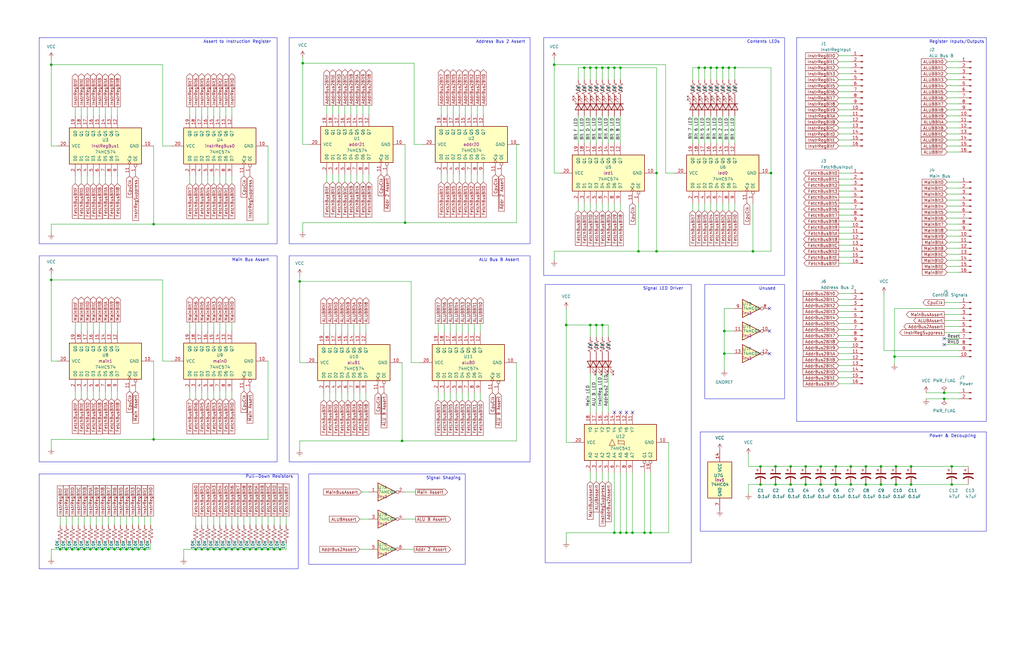
<source format=kicad_sch>
(kicad_sch (version 20230121) (generator eeschema)
  (paper "B")
  (title_block (title "16-Bit Register") (date "2022-10-29") (rev "1.0") (company "16-Bit Computer From Scratch") (comment 1 "Adam Clark (@eryjus)"))
  (junction (at 95.25 231.775))
  (junction (at 92.71 231.775))
  (junction (at 377.19 150.495))
  (junction (at 327.025 196.85))
  (junction (at 302.26 28.575))
  (junction (at 33.02 231.775))
  (junction (at 320.675 204.47))
  (junction (at 170.815 93.98))
  (junction (at 294.64 28.575))
  (junction (at 264.16 224.79))
  (junction (at 53.34 231.775))
  (junction (at 115.57 231.775))
  (junction (at 251.46 137.16))
  (junction (at 233.68 27.305))
  (junction (at 127.635 26.67))
  (junction (at 259.08 28.575))
  (junction (at 248.92 137.16))
  (junction (at 58.42 231.775))
  (junction (at 30.48 231.775))
  (junction (at 105.41 231.775))
  (junction (at 384.175 204.47))
  (junction (at 339.725 204.47))
  (junction (at 259.08 224.79))
  (junction (at 377.825 196.85))
  (junction (at 309.88 28.575))
  (junction (at 50.8 231.775))
  (junction (at 371.475 204.47))
  (junction (at 256.54 28.575))
  (junction (at 64.77 185.42))
  (junction (at 297.18 28.575))
  (junction (at 238.76 137.16))
  (junction (at 113.03 231.775))
  (junction (at 365.125 196.85))
  (junction (at 305.435 149.225))
  (junction (at 102.87 231.775))
  (junction (at 333.375 204.47))
  (junction (at 305.435 139.7))
  (junction (at 110.49 231.775))
  (junction (at 85.09 231.775))
  (junction (at 45.72 231.775))
  (junction (at 377.825 204.47))
  (junction (at 269.24 106.045))
  (junction (at 21.59 118.11))
  (junction (at 60.96 231.775))
  (junction (at 248.92 28.575))
  (junction (at 100.33 231.775))
  (junction (at 276.86 73.025))
  (junction (at 371.475 196.85))
  (junction (at 325.12 73.025))
  (junction (at 346.075 204.47))
  (junction (at 339.725 196.85))
  (junction (at 254 28.575))
  (junction (at 48.26 231.775))
  (junction (at 261.62 224.79))
  (junction (at 82.55 231.775))
  (junction (at 35.56 231.775))
  (junction (at 87.63 231.775))
  (junction (at 107.95 231.775))
  (junction (at 274.32 224.79))
  (junction (at 40.64 231.775))
  (junction (at 401.32 204.47))
  (junction (at 317.5 106.045))
  (junction (at 384.175 196.85))
  (junction (at 307.34 28.575))
  (junction (at 27.94 231.775))
  (junction (at 352.425 204.47))
  (junction (at 346.075 196.85))
  (junction (at 55.88 231.775))
  (junction (at 276.86 106.045))
  (junction (at 118.11 231.775))
  (junction (at 398.145 168.275))
  (junction (at 365.125 204.47))
  (junction (at 169.545 186.055))
  (junction (at 246.38 28.575))
  (junction (at 21.59 27.305))
  (junction (at 266.7 224.79))
  (junction (at 254 137.16))
  (junction (at 401.32 196.85))
  (junction (at 333.375 196.85))
  (junction (at 299.72 28.575))
  (junction (at 126.365 118.745))
  (junction (at 261.62 28.575))
  (junction (at 398.145 165.735))
  (junction (at 38.1 231.775))
  (junction (at 25.4 231.775))
  (junction (at 251.46 28.575))
  (junction (at 358.775 196.85))
  (junction (at 352.425 196.85))
  (junction (at 64.77 94.615))
  (junction (at 358.775 204.47))
  (junction (at 320.675 196.85))
  (junction (at 304.8 28.575))
  (junction (at 43.18 231.775))
  (junction (at 97.79 231.775))
  (junction (at 327.025 204.47))
  (junction (at 90.17 231.775))
  (junction (at 271.78 224.79))
  (no_connect (at 324.485 139.7))
  (no_connect (at 261.62 173.99))
  (no_connect (at 266.7 173.99))
  (no_connect (at 398.145 142.875))
  (no_connect (at 264.16 173.99))
  (no_connect (at 398.145 145.415))
  (no_connect (at 259.08 173.99))
  (no_connect (at 324.485 149.225))
  (no_connect (at 324.485 130.175))
  (wire (pts (xy 120.65 231.775) (xy 120.65 229.235)))
  (wire (pts (xy 127.635 24.13) (xy 127.635 26.67)))
  (wire (pts (xy 309.245 139.7) (xy 305.435 139.7)))
  (wire (pts (xy 404.495 150.495) (xy 377.19 150.495)))
  (wire (pts (xy 82.55 229.235) (xy 82.55 231.775)))
  (wire (pts (xy 147.955 73.66) (xy 147.955 76.835)))
  (wire (pts (xy 259.08 28.575) (xy 261.62 28.575)))
  (wire (pts (xy 95.25 217.805) (xy 95.25 221.615)))
  (wire (pts (xy 35.56 229.235) (xy 35.56 231.775)))
  (wire (pts (xy 276.86 106.045) (xy 317.5 106.045)))
  (wire (pts (xy 44.45 165.1) (xy 44.45 168.275)))
  (wire (pts (xy 353.695 73.025) (xy 358.775 73.025)))
  (wire (pts (xy 238.76 137.16) (xy 238.76 186.69)))
  (wire (pts (xy 154.305 136.525) (xy 154.305 140.335)))
  (wire (pts (xy 68.58 118.11) (xy 68.58 152.4)))
  (wire (pts (xy 21.59 115.57) (xy 21.59 118.11)))
  (wire (pts (xy 307.34 28.575) (xy 309.88 28.575)))
  (wire (pts (xy 188.595 44.45) (xy 188.595 48.26)))
  (wire (pts (xy 50.8 231.775) (xy 53.34 231.775)))
  (wire (pts (xy 87.63 135.89) (xy 87.63 139.7)))
  (wire (pts (xy 193.675 44.45) (xy 193.675 48.26)))
  (wire (pts (xy 248.92 33.655) (xy 248.92 28.575)))
  (wire (pts (xy 87.63 231.775) (xy 90.17 231.775)))
  (wire (pts (xy 399.415 102.235) (xy 404.495 102.235)))
  (wire (pts (xy 353.695 28.575) (xy 358.775 28.575)))
  (wire (pts (xy 346.075 196.85) (xy 352.425 196.85)))
  (wire (pts (xy 353.695 103.505) (xy 358.775 103.505)))
  (wire (pts (xy 192.405 165.735) (xy 192.405 168.91)))
  (wire (pts (xy 155.575 73.66) (xy 155.575 76.835)))
  (wire (pts (xy 339.725 204.47) (xy 346.075 204.47)))
  (wire (pts (xy 97.79 229.235) (xy 97.79 231.775)))
  (wire (pts (xy 254 137.16) (xy 256.54 137.16)))
  (wire (pts (xy 173.355 118.745) (xy 173.355 153.035)))
  (wire (pts (xy 118.11 217.805) (xy 118.11 221.615)))
  (wire (pts (xy 320.675 196.85) (xy 327.025 196.85)))
  (wire (pts (xy 113.03 229.235) (xy 113.03 231.775)))
  (wire (pts (xy 45.72 217.805) (xy 45.72 221.615)))
  (wire (pts (xy 21.59 231.775) (xy 21.59 235.585)))
  (wire (pts (xy 238.76 137.16) (xy 248.92 137.16)))
  (wire (pts (xy 254 199.39) (xy 254 203.2)))
  (wire (pts (xy 34.29 45.085) (xy 34.29 48.895)))
  (wire (pts (xy 401.32 196.85) (xy 408.305 196.85)))
  (wire (pts (xy 297.18 33.655) (xy 297.18 28.575)))
  (wire (pts (xy 95.25 45.085) (xy 95.25 48.895)))
  (wire (pts (xy 353.695 128.905) (xy 358.775 128.905)))
  (wire (pts (xy 399.415 36.195) (xy 404.495 36.195)))
  (wire (pts (xy 317.5 85.725) (xy 317.5 106.045)))
  (wire (pts (xy 256.54 85.725) (xy 256.54 88.9)))
  (wire (pts (xy 353.695 61.595) (xy 358.775 61.595)))
  (wire (pts (xy 27.94 231.775) (xy 30.48 231.775)))
  (wire (pts (xy 21.59 24.765) (xy 21.59 27.305)))
  (wire (pts (xy 58.42 231.775) (xy 60.96 231.775)))
  (wire (pts (xy 399.415 28.575) (xy 404.495 28.575)))
  (wire (pts (xy 353.695 106.045) (xy 358.775 106.045)))
  (wire (pts (xy 339.725 196.85) (xy 346.075 196.85)))
  (wire (pts (xy 246.38 33.655) (xy 246.38 28.575)))
  (wire (pts (xy 38.1 217.805) (xy 38.1 221.615)))
  (wire (pts (xy 256.54 199.39) (xy 256.54 203.2)))
  (wire (pts (xy 186.055 73.66) (xy 186.055 76.835)))
  (wire (pts (xy 299.72 28.575) (xy 302.26 28.575)))
  (wire (pts (xy 118.11 231.775) (xy 120.65 231.775)))
  (wire (pts (xy 189.865 136.525) (xy 189.865 140.335)))
  (wire (pts (xy 353.695 26.035) (xy 358.775 26.035)))
  (wire (pts (xy 243.84 33.655) (xy 243.84 28.575)))
  (wire (pts (xy 80.01 74.295) (xy 80.01 77.47)))
  (wire (pts (xy 115.57 217.805) (xy 115.57 221.615)))
  (wire (pts (xy 194.945 165.735) (xy 194.945 168.91)))
  (wire (pts (xy 352.425 204.47) (xy 358.775 204.47)))
  (wire (pts (xy 92.71 74.295) (xy 92.71 77.47)))
  (wire (pts (xy 309.88 48.895) (xy 309.88 60.325)))
  (wire (pts (xy 21.59 185.42) (xy 21.59 189.23)))
  (wire (pts (xy 27.94 217.805) (xy 27.94 221.615)))
  (wire (pts (xy 41.91 45.085) (xy 41.91 48.895)))
  (wire (pts (xy 248.92 137.16) (xy 251.46 137.16)))
  (wire (pts (xy 305.435 139.7) (xy 305.435 149.225)))
  (wire (pts (xy 251.46 203.2) (xy 251.46 199.39)))
  (wire (pts (xy 304.8 33.655) (xy 304.8 28.575)))
  (wire (pts (xy 390.525 165.735) (xy 398.145 165.735)))
  (wire (pts (xy 90.17 229.235) (xy 90.17 231.775)))
  (wire (pts (xy 398.145 142.875) (xy 404.495 142.875)))
  (wire (pts (xy 353.695 136.525) (xy 358.775 136.525)))
  (wire (pts (xy 333.375 196.85) (xy 339.725 196.85)))
  (wire (pts (xy 353.695 139.065) (xy 358.775 139.065)))
  (wire (pts (xy 139.065 165.735) (xy 139.065 168.91)))
  (wire (pts (xy 63.5 231.775) (xy 63.5 229.235)))
  (wire (pts (xy 353.695 59.055) (xy 358.775 59.055)))
  (wire (pts (xy 352.425 196.85) (xy 358.775 196.85)))
  (wire (pts (xy 197.485 165.735) (xy 197.485 168.91)))
  (wire (pts (xy 95.25 231.775) (xy 97.79 231.775)))
  (wire (pts (xy 233.68 106.045) (xy 269.24 106.045)))
  (wire (pts (xy 55.88 229.235) (xy 55.88 231.775)))
  (wire (pts (xy 309.88 28.575) (xy 325.12 28.575)))
  (wire (pts (xy 137.795 44.45) (xy 137.795 48.26)))
  (wire (pts (xy 48.26 229.235) (xy 48.26 231.775)))
  (wire (pts (xy 174.625 231.775) (xy 170.815 231.775)))
  (wire (pts (xy 126.365 118.745) (xy 126.365 153.035)))
  (wire (pts (xy 21.59 94.615) (xy 64.77 94.615)))
  (wire (pts (xy 365.125 196.85) (xy 371.475 196.85)))
  (wire (pts (xy 294.64 33.655) (xy 294.64 28.575)))
  (wire (pts (xy 399.415 86.995) (xy 404.495 86.995)))
  (wire (pts (xy 371.475 204.47) (xy 377.825 204.47)))
  (wire (pts (xy 399.415 97.155) (xy 404.495 97.155)))
  (wire (pts (xy 175.26 219.075) (xy 170.815 219.075)))
  (wire (pts (xy 271.78 199.39) (xy 271.78 224.79)))
  (wire (pts (xy 115.57 229.235) (xy 115.57 231.775)))
  (wire (pts (xy 21.59 61.595) (xy 24.13 61.595)))
  (wire (pts (xy 126.365 118.745) (xy 173.355 118.745)))
  (wire (pts (xy 85.09 165.1) (xy 85.09 168.275)))
  (wire (pts (xy 399.415 79.375) (xy 404.495 79.375)))
  (wire (pts (xy 309.88 85.725) (xy 309.88 88.9)))
  (wire (pts (xy 82.55 135.89) (xy 82.55 139.7)))
  (wire (pts (xy 248.92 85.725) (xy 248.92 88.9)))
  (wire (pts (xy 110.49 217.805) (xy 110.49 221.615)))
  (wire (pts (xy 346.075 204.47) (xy 352.425 204.47)))
  (wire (pts (xy 87.63 45.085) (xy 87.63 48.895)))
  (wire (pts (xy 49.53 74.295) (xy 49.53 77.47)))
  (wire (pts (xy 281.94 186.69) (xy 281.94 224.79)))
  (wire (pts (xy 251.46 28.575) (xy 254 28.575)))
  (wire (pts (xy 43.18 231.775) (xy 45.72 231.775)))
  (wire (pts (xy 44.45 45.085) (xy 44.45 48.895)))
  (wire (pts (xy 60.96 217.805) (xy 60.96 221.615)))
  (wire (pts (xy 248.92 157.48) (xy 248.92 173.99)))
  (wire (pts (xy 45.72 229.235) (xy 45.72 231.775)))
  (wire (pts (xy 353.695 88.265) (xy 358.775 88.265)))
  (wire (pts (xy 248.92 28.575) (xy 251.46 28.575)))
  (wire (pts (xy 80.01 135.89) (xy 80.01 139.7)))
  (wire (pts (xy 80.01 165.1) (xy 80.01 168.275)))
  (wire (pts (xy 398.145 137.795) (xy 404.495 137.795)))
  (wire (pts (xy 377.19 130.175) (xy 377.19 150.495)))
  (wire (pts (xy 85.09 74.295) (xy 85.09 77.47)))
  (wire (pts (xy 187.325 136.525) (xy 187.325 140.335)))
  (wire (pts (xy 39.37 74.295) (xy 39.37 77.47)))
  (wire (pts (xy 353.695 83.185) (xy 358.775 83.185)))
  (wire (pts (xy 169.545 186.055) (xy 217.805 186.055)))
  (wire (pts (xy 142.875 44.45) (xy 142.875 48.26)))
  (wire (pts (xy 398.145 145.415) (xy 404.495 145.415)))
  (wire (pts (xy 82.55 165.1) (xy 82.55 168.275)))
  (wire (pts (xy 294.64 48.895) (xy 294.64 60.325)))
  (wire (pts (xy 126.365 186.055) (xy 169.545 186.055)))
  (wire (pts (xy 353.695 46.355) (xy 358.775 46.355)))
  (wire (pts (xy 276.86 73.025) (xy 276.86 106.045)))
  (wire (pts (xy 126.365 186.055) (xy 126.365 189.865)))
  (wire (pts (xy 372.745 147.955) (xy 404.495 147.955)))
  (wire (pts (xy 202.565 165.735) (xy 202.565 168.91)))
  (wire (pts (xy 95.25 229.235) (xy 95.25 231.775)))
  (wire (pts (xy 246.38 85.725) (xy 246.38 88.9)))
  (wire (pts (xy 269.24 106.045) (xy 276.86 106.045)))
  (wire (pts (xy 254 157.48) (xy 254 173.99)))
  (wire (pts (xy 317.5 106.045) (xy 325.12 106.045)))
  (wire (pts (xy 259.08 48.895) (xy 259.08 60.325)))
  (wire (pts (xy 248.92 199.39) (xy 248.92 203.2)))
  (wire (pts (xy 315.595 191.77) (xy 315.595 196.85)))
  (wire (pts (xy 58.42 229.235) (xy 58.42 231.775)))
  (wire (pts (xy 371.475 196.85) (xy 377.825 196.85)))
  (wire (pts (xy 353.695 156.845) (xy 358.775 156.845)))
  (wire (pts (xy 399.415 31.115) (xy 404.495 31.115)))
  (wire (pts (xy 145.415 73.66) (xy 145.415 76.835)))
  (wire (pts (xy 30.48 231.775) (xy 33.02 231.775)))
  (wire (pts (xy 68.58 152.4) (xy 72.39 152.4)))
  (wire (pts (xy 30.48 217.805) (xy 30.48 221.615)))
  (wire (pts (xy 60.96 229.235) (xy 60.96 231.775)))
  (wire (pts (xy 307.34 48.895) (xy 307.34 60.325)))
  (wire (pts (xy 87.63 165.1) (xy 87.63 168.275)))
  (wire (pts (xy 217.805 153.035) (xy 217.805 186.055)))
  (wire (pts (xy 384.175 196.85) (xy 401.32 196.85)))
  (wire (pts (xy 21.59 152.4) (xy 24.13 152.4)))
  (wire (pts (xy 55.88 231.775) (xy 58.42 231.775)))
  (wire (pts (xy 399.415 33.655) (xy 404.495 33.655)))
  (wire (pts (xy 97.79 217.805) (xy 97.79 221.615)))
  (wire (pts (xy 292.1 28.575) (xy 294.64 28.575)))
  (wire (pts (xy 175.26 207.645) (xy 170.815 207.645)))
  (wire (pts (xy 97.79 231.775) (xy 100.33 231.775)))
  (wire (pts (xy 33.02 229.235) (xy 33.02 231.775)))
  (wire (pts (xy 174.625 26.67) (xy 174.625 60.96)))
  (wire (pts (xy 82.55 74.295) (xy 82.55 77.47)))
  (wire (pts (xy 353.695 85.725) (xy 358.775 85.725)))
  (wire (pts (xy 40.64 231.775) (xy 43.18 231.775)))
  (wire (pts (xy 398.145 168.275) (xy 404.495 168.275)))
  (wire (pts (xy 399.415 107.315) (xy 404.495 107.315)))
  (wire (pts (xy 46.99 74.295) (xy 46.99 77.47)))
  (wire (pts (xy 269.24 85.725) (xy 269.24 106.045)))
  (wire (pts (xy 274.32 224.79) (xy 281.94 224.79)))
  (wire (pts (xy 399.415 53.975) (xy 404.495 53.975)))
  (wire (pts (xy 107.95 231.775) (xy 110.49 231.775)))
  (wire (pts (xy 390.525 168.275) (xy 398.145 168.275)))
  (wire (pts (xy 377.825 204.47) (xy 384.175 204.47)))
  (wire (pts (xy 34.29 135.89) (xy 34.29 139.7)))
  (wire (pts (xy 120.65 221.615) (xy 120.65 217.805)))
  (wire (pts (xy 35.56 217.805) (xy 35.56 221.615)))
  (wire (pts (xy 107.95 217.805) (xy 107.95 221.615)))
  (wire (pts (xy 46.99 45.085) (xy 46.99 48.895)))
  (wire (pts (xy 353.695 151.765) (xy 358.775 151.765)))
  (wire (pts (xy 85.09 229.235) (xy 85.09 231.775)))
  (wire (pts (xy 261.62 199.39) (xy 261.62 224.79)))
  (wire (pts (xy 36.83 45.085) (xy 36.83 48.895)))
  (wire (pts (xy 33.02 231.775) (xy 35.56 231.775)))
  (wire (pts (xy 92.71 229.235) (xy 92.71 231.775)))
  (wire (pts (xy 44.45 74.295) (xy 44.45 77.47)))
  (wire (pts (xy 155.575 44.45) (xy 155.575 48.26)))
  (wire (pts (xy 127.635 93.98) (xy 170.815 93.98)))
  (wire (pts (xy 144.145 136.525) (xy 144.145 140.335)))
  (wire (pts (xy 63.5 217.805) (xy 63.5 221.615)))
  (wire (pts (xy 353.695 98.425) (xy 358.775 98.425)))
  (wire (pts (xy 80.01 45.085) (xy 80.01 48.895)))
  (wire (pts (xy 266.7 224.79) (xy 271.78 224.79)))
  (wire (pts (xy 113.03 61.595) (xy 113.03 94.615)))
  (wire (pts (xy 35.56 231.775) (xy 38.1 231.775)))
  (wire (pts (xy 184.785 136.525) (xy 184.785 140.335)))
  (wire (pts (xy 266.7 199.39) (xy 266.7 224.79)))
  (wire (pts (xy 25.4 231.775) (xy 27.94 231.775)))
  (wire (pts (xy 33.02 217.805) (xy 33.02 221.615)))
  (wire (pts (xy 136.525 165.735) (xy 136.525 168.91)))
  (wire (pts (xy 40.64 217.805) (xy 40.64 221.615)))
  (wire (pts (xy 353.695 90.805) (xy 358.775 90.805)))
  (wire (pts (xy 39.37 135.89) (xy 39.37 139.7)))
  (wire (pts (xy 48.26 217.805) (xy 48.26 221.615)))
  (wire (pts (xy 251.46 137.16) (xy 254 137.16)))
  (wire (pts (xy 92.71 45.085) (xy 92.71 48.895)))
  (wire (pts (xy 53.34 229.235) (xy 53.34 231.775)))
  (wire (pts (xy 398.145 132.715) (xy 404.495 132.715)))
  (wire (pts (xy 21.59 94.615) (xy 21.59 98.425)))
  (wire (pts (xy 21.59 185.42) (xy 64.77 185.42)))
  (wire (pts (xy 358.775 196.85) (xy 365.125 196.85)))
  (wire (pts (xy 251.46 48.895) (xy 251.46 60.325)))
  (wire (pts (xy 399.415 61.595) (xy 404.495 61.595)))
  (wire (pts (xy 399.415 94.615) (xy 404.495 94.615)))
  (wire (pts (xy 82.55 231.775) (xy 85.09 231.775)))
  (wire (pts (xy 399.415 81.915) (xy 404.495 81.915)))
  (wire (pts (xy 68.58 27.305) (xy 68.58 61.595)))
  (wire (pts (xy 191.135 44.45) (xy 191.135 48.26)))
  (wire (pts (xy 399.415 104.775) (xy 404.495 104.775)))
  (wire (pts (xy 315.595 204.47) (xy 315.595 208.28)))
  (wire (pts (xy 21.59 27.305) (xy 68.58 27.305)))
  (wire (pts (xy 203.835 44.45) (xy 203.835 48.26)))
  (wire (pts (xy 233.68 27.305) (xy 233.68 73.025)))
  (wire (pts (xy 115.57 231.775) (xy 118.11 231.775)))
  (wire (pts (xy 315.595 204.47) (xy 320.675 204.47)))
  (wire (pts (xy 87.63 229.235) (xy 87.63 231.775)))
  (wire (pts (xy 92.71 217.805) (xy 92.71 221.615)))
  (wire (pts (xy 150.495 73.66) (xy 150.495 76.835)))
  (wire (pts (xy 127.635 26.67) (xy 127.635 60.96)))
  (wire (pts (xy 105.41 229.235) (xy 105.41 231.775)))
  (wire (pts (xy 90.17 231.775) (xy 92.71 231.775)))
  (wire (pts (xy 309.245 130.175) (xy 305.435 130.175)))
  (wire (pts (xy 90.17 45.085) (xy 90.17 48.895)))
  (wire (pts (xy 353.695 51.435) (xy 358.775 51.435)))
  (wire (pts (xy 353.695 75.565) (xy 358.775 75.565)))
  (wire (pts (xy 174.625 60.96) (xy 178.435 60.96)))
  (wire (pts (xy 353.695 141.605) (xy 358.775 141.605)))
  (wire (pts (xy 353.695 95.885) (xy 358.775 95.885)))
  (wire (pts (xy 64.77 185.42) (xy 113.03 185.42)))
  (wire (pts (xy 259.08 85.725) (xy 259.08 88.9)))
  (wire (pts (xy 398.145 165.735) (xy 404.495 165.735)))
  (wire (pts (xy 358.775 204.47) (xy 365.125 204.47)))
  (wire (pts (xy 97.79 135.89) (xy 97.79 139.7)))
  (wire (pts (xy 127.635 26.67) (xy 174.625 26.67)))
  (wire (pts (xy 36.83 74.295) (xy 36.83 77.47)))
  (wire (pts (xy 184.785 165.735) (xy 184.785 168.91)))
  (wire (pts (xy 353.695 41.275) (xy 358.775 41.275)))
  (wire (pts (xy 254 142.24) (xy 254 137.16)))
  (wire (pts (xy 21.59 118.11) (xy 21.59 152.4)))
  (wire (pts (xy 170.815 60.96) (xy 170.815 93.98)))
  (wire (pts (xy 145.415 44.45) (xy 145.415 48.26)))
  (wire (pts (xy 305.435 130.175) (xy 305.435 139.7)))
  (wire (pts (xy 217.805 60.96) (xy 219.075 60.96)))
  (wire (pts (xy 196.215 73.66) (xy 196.215 76.835)))
  (wire (pts (xy 191.135 73.66) (xy 191.135 76.835)))
  (wire (pts (xy 189.865 165.735) (xy 189.865 168.91)))
  (wire (pts (xy 309.88 33.655) (xy 309.88 28.575)))
  (wire (pts (xy 353.695 149.225) (xy 358.775 149.225)))
  (wire (pts (xy 353.695 56.515) (xy 358.775 56.515)))
  (wire (pts (xy 95.25 135.89) (xy 95.25 139.7)))
  (wire (pts (xy 238.76 224.79) (xy 238.76 228.6)))
  (wire (pts (xy 36.83 165.1) (xy 36.83 168.275)))
  (wire (pts (xy 144.145 165.735) (xy 144.145 168.91)))
  (wire (pts (xy 254 48.895) (xy 254 60.325)))
  (wire (pts (xy 238.76 130.175) (xy 238.76 137.16)))
  (wire (pts (xy 302.26 85.725) (xy 302.26 88.9)))
  (wire (pts (xy 126.365 153.035) (xy 128.905 153.035)))
  (wire (pts (xy 34.29 74.295) (xy 34.29 77.47)))
  (wire (pts (xy 141.605 136.525) (xy 141.605 140.335)))
  (wire (pts (xy 372.745 123.825) (xy 372.745 147.955)))
  (wire (pts (xy 353.695 93.345) (xy 358.775 93.345)))
  (wire (pts (xy 243.84 28.575) (xy 246.38 28.575)))
  (wire (pts (xy 149.225 136.525) (xy 149.225 140.335)))
  (wire (pts (xy 353.695 78.105) (xy 358.775 78.105)))
  (wire (pts (xy 399.415 59.055) (xy 404.495 59.055)))
  (wire (pts (xy 39.37 165.1) (xy 39.37 168.275)))
  (wire (pts (xy 97.79 165.1) (xy 97.79 168.275)))
  (wire (pts (xy 100.33 217.805) (xy 100.33 221.615)))
  (wire (pts (xy 353.695 123.825) (xy 358.775 123.825)))
  (wire (pts (xy 384.175 204.47) (xy 401.32 204.47)))
  (wire (pts (xy 46.99 165.1) (xy 46.99 168.275)))
  (wire (pts (xy 31.75 135.89) (xy 31.75 139.7)))
  (wire (pts (xy 305.435 149.225) (xy 305.435 156.21)))
  (wire (pts (xy 126.365 116.205) (xy 126.365 118.745)))
  (wire (pts (xy 398.145 127.635) (xy 404.495 127.635)))
  (wire (pts (xy 292.1 48.895) (xy 292.1 60.325)))
  (wire (pts (xy 294.64 28.575) (xy 297.18 28.575)))
  (wire (pts (xy 127.635 60.96) (xy 130.175 60.96)))
  (wire (pts (xy 353.695 108.585) (xy 358.775 108.585)))
  (wire (pts (xy 136.525 136.525) (xy 136.525 140.335)))
  (wire (pts (xy 353.695 36.195) (xy 358.775 36.195)))
  (wire (pts (xy 38.1 231.775) (xy 40.64 231.775)))
  (wire (pts (xy 142.875 73.66) (xy 142.875 76.835)))
  (wire (pts (xy 49.53 45.085) (xy 49.53 48.895)))
  (wire (pts (xy 77.47 231.775) (xy 77.47 235.585)))
  (wire (pts (xy 95.25 165.1) (xy 95.25 168.275)))
  (wire (pts (xy 64.77 94.615) (xy 113.03 94.615)))
  (wire (pts (xy 193.675 73.66) (xy 193.675 76.835)))
  (wire (pts (xy 27.94 229.235) (xy 27.94 231.775)))
  (wire (pts (xy 261.62 85.725) (xy 261.62 88.9)))
  (wire (pts (xy 251.46 157.48) (xy 251.46 173.99)))
  (wire (pts (xy 217.805 60.96) (xy 217.805 93.98)))
  (wire (pts (xy 256.54 157.48) (xy 256.54 173.99)))
  (wire (pts (xy 87.63 217.805) (xy 87.63 221.615)))
  (wire (pts (xy 251.46 33.655) (xy 251.46 28.575)))
  (wire (pts (xy 50.8 217.805) (xy 50.8 221.615)))
  (wire (pts (xy 327.025 204.47) (xy 333.375 204.47)))
  (wire (pts (xy 327.025 196.85) (xy 333.375 196.85)))
  (wire (pts (xy 297.18 28.575) (xy 299.72 28.575)))
  (wire (pts (xy 82.55 45.085) (xy 82.55 48.895)))
  (wire (pts (xy 256.54 48.895) (xy 256.54 60.325)))
  (wire (pts (xy 304.8 48.895) (xy 304.8 60.325)))
  (wire (pts (xy 43.18 229.235) (xy 43.18 231.775)))
  (wire (pts (xy 173.355 153.035) (xy 177.165 153.035)))
  (wire (pts (xy 31.75 74.295) (xy 31.75 77.47)))
  (wire (pts (xy 192.405 136.525) (xy 192.405 140.335)))
  (wire (pts (xy 246.38 28.575) (xy 248.92 28.575)))
  (wire (pts (xy 399.415 38.735) (xy 404.495 38.735)))
  (wire (pts (xy 141.605 165.735) (xy 141.605 168.91)))
  (wire (pts (xy 254 85.725) (xy 254 88.9)))
  (wire (pts (xy 186.055 44.45) (xy 186.055 48.26)))
  (wire (pts (xy 118.11 229.235) (xy 118.11 231.775)))
  (wire (pts (xy 21.59 27.305) (xy 21.59 61.595)))
  (wire (pts (xy 92.71 231.775) (xy 95.25 231.775)))
  (wire (pts (xy 353.695 43.815) (xy 358.775 43.815)))
  (wire (pts (xy 256.54 142.24) (xy 256.54 137.16)))
  (wire (pts (xy 41.91 74.295) (xy 41.91 77.47)))
  (wire (pts (xy 150.495 44.45) (xy 150.495 48.26)))
  (wire (pts (xy 377.19 130.175) (xy 404.495 130.175)))
  (wire (pts (xy 243.84 48.895) (xy 243.84 60.325)))
  (wire (pts (xy 399.415 76.835) (xy 404.495 76.835)))
  (wire (pts (xy 297.18 85.725) (xy 297.18 88.9)))
  (wire (pts (xy 399.415 109.855) (xy 404.495 109.855)))
  (wire (pts (xy 102.87 229.235) (xy 102.87 231.775)))
  (wire (pts (xy 41.91 165.1) (xy 41.91 168.275)))
  (wire (pts (xy 299.72 48.895) (xy 299.72 60.325)))
  (wire (pts (xy 30.48 229.235) (xy 30.48 231.775)))
  (wire (pts (xy 399.415 114.935) (xy 404.495 114.935)))
  (wire (pts (xy 170.815 93.98) (xy 217.805 93.98)))
  (wire (pts (xy 90.17 165.1) (xy 90.17 168.275)))
  (wire (pts (xy 85.09 231.775) (xy 87.63 231.775)))
  (wire (pts (xy 353.695 100.965) (xy 358.775 100.965)))
  (wire (pts (xy 325.12 73.025) (xy 325.12 106.045)))
  (wire (pts (xy 100.33 231.775) (xy 102.87 231.775)))
  (wire (pts (xy 261.62 224.79) (xy 264.16 224.79)))
  (wire (pts (xy 85.09 45.085) (xy 85.09 48.895)))
  (wire (pts (xy 44.45 135.89) (xy 44.45 139.7)))
  (wire (pts (xy 297.18 48.895) (xy 297.18 60.325)))
  (wire (pts (xy 302.26 28.575) (xy 304.8 28.575)))
  (wire (pts (xy 307.34 33.655) (xy 307.34 28.575)))
  (wire (pts (xy 276.86 28.575) (xy 276.86 73.025)))
  (wire (pts (xy 110.49 229.235) (xy 110.49 231.775)))
  (wire (pts (xy 302.26 48.895) (xy 302.26 60.325)))
  (wire (pts (xy 113.03 231.775) (xy 115.57 231.775)))
  (wire (pts (xy 77.47 231.775) (xy 82.55 231.775)))
  (wire (pts (xy 353.695 126.365) (xy 358.775 126.365)))
  (wire (pts (xy 264.16 224.79) (xy 266.7 224.79)))
  (wire (pts (xy 353.695 31.115) (xy 358.775 31.115)))
  (wire (pts (xy 25.4 217.805) (xy 25.4 221.615)))
  (wire (pts (xy 399.415 51.435) (xy 404.495 51.435)))
  (wire (pts (xy 64.77 61.595) (xy 64.77 94.615)))
  (wire (pts (xy 304.8 28.575) (xy 307.34 28.575)))
  (wire (pts (xy 248.92 142.24) (xy 248.92 137.16)))
  (wire (pts (xy 333.375 204.47) (xy 339.725 204.47)))
  (wire (pts (xy 92.71 135.89) (xy 92.71 139.7)))
  (wire (pts (xy 151.765 136.525) (xy 151.765 140.335)))
  (wire (pts (xy 200.025 165.735) (xy 200.025 168.91)))
  (wire (pts (xy 259.08 33.655) (xy 259.08 28.575)))
  (wire (pts (xy 45.72 231.775) (xy 48.26 231.775)))
  (wire (pts (xy 233.68 106.045) (xy 233.68 109.855)))
  (wire (pts (xy 21.59 231.775) (xy 25.4 231.775)))
  (wire (pts (xy 398.145 135.255) (xy 404.495 135.255)))
  (wire (pts (xy 90.17 135.89) (xy 90.17 139.7)))
  (wire (pts (xy 353.695 161.925) (xy 358.775 161.925)))
  (wire (pts (xy 113.03 217.805) (xy 113.03 221.615)))
  (wire (pts (xy 95.25 74.295) (xy 95.25 77.47)))
  (wire (pts (xy 58.42 217.805) (xy 58.42 221.615)))
  (wire (pts (xy 43.18 217.805) (xy 43.18 221.615)))
  (wire (pts (xy 140.335 73.66) (xy 140.335 76.835)))
  (wire (pts (xy 46.99 135.89) (xy 46.99 139.7)))
  (wire (pts (xy 203.835 73.66) (xy 203.835 76.835)))
  (wire (pts (xy 302.26 33.655) (xy 302.26 28.575)))
  (wire (pts (xy 55.88 217.805) (xy 55.88 221.615)))
  (wire (pts (xy 377.19 150.495) (xy 377.19 153.67)))
  (wire (pts (xy 105.41 231.775) (xy 107.95 231.775)))
  (wire (pts (xy 201.295 73.66) (xy 201.295 76.835)))
  (wire (pts (xy 353.695 146.685) (xy 358.775 146.685)))
  (wire (pts (xy 97.79 45.085) (xy 97.79 48.895)))
  (wire (pts (xy 353.695 133.985) (xy 358.775 133.985)))
  (wire (pts (xy 353.695 144.145) (xy 358.775 144.145)))
  (wire (pts (xy 25.4 229.235) (xy 25.4 231.775)))
  (wire (pts (xy 36.83 135.89) (xy 36.83 139.7)))
  (wire (pts (xy 87.63 74.295) (xy 87.63 77.47)))
  (wire (pts (xy 151.765 219.075) (xy 155.575 219.075)))
  (wire (pts (xy 152.4 207.645) (xy 155.575 207.645)))
  (wire (pts (xy 280.67 27.305) (xy 280.67 73.025)))
  (wire (pts (xy 151.765 231.775) (xy 155.575 231.775)))
  (wire (pts (xy 92.71 165.1) (xy 92.71 168.275)))
  (wire (pts (xy 68.58 61.595) (xy 72.39 61.595)))
  (wire (pts (xy 194.945 136.525) (xy 194.945 140.335)))
  (wire (pts (xy 399.415 46.355) (xy 404.495 46.355)))
  (wire (pts (xy 146.685 165.735) (xy 146.685 168.91)))
  (wire (pts (xy 353.695 48.895) (xy 358.775 48.895)))
  (wire (pts (xy 90.17 74.295) (xy 90.17 77.47)))
  (wire (pts (xy 280.67 73.025) (xy 284.48 73.025)))
  (wire (pts (xy 238.76 186.69) (xy 241.3 186.69)))
  (wire (pts (xy 41.91 135.89) (xy 41.91 139.7)))
  (wire (pts (xy 259.08 199.39) (xy 259.08 224.79)))
  (wire (pts (xy 399.415 89.535) (xy 404.495 89.535)))
  (wire (pts (xy 248.92 48.895) (xy 248.92 60.325)))
  (wire (pts (xy 243.84 85.725) (xy 243.84 88.9)))
  (wire (pts (xy 201.295 44.45) (xy 201.295 48.26)))
  (wire (pts (xy 64.77 152.4) (xy 64.77 185.42)))
  (wire (pts (xy 49.53 165.1) (xy 49.53 168.275)))
  (wire (pts (xy 200.025 136.525) (xy 200.025 140.335)))
  (wire (pts (xy 198.755 44.45) (xy 198.755 48.26)))
  (wire (pts (xy 53.34 217.805) (xy 53.34 221.615)))
  (wire (pts (xy 399.415 84.455) (xy 404.495 84.455)))
  (wire (pts (xy 40.64 229.235) (xy 40.64 231.775)))
  (wire (pts (xy 233.68 24.765) (xy 233.68 27.305)))
  (wire (pts (xy 233.68 73.025) (xy 236.22 73.025)))
  (wire (pts (xy 399.415 26.035) (xy 404.495 26.035)))
  (wire (pts (xy 50.8 229.235) (xy 50.8 231.775)))
  (wire (pts (xy 399.415 48.895) (xy 404.495 48.895)))
  (wire (pts (xy 320.675 204.47) (xy 327.025 204.47)))
  (wire (pts (xy 399.415 99.695) (xy 404.495 99.695)))
  (wire (pts (xy 31.75 45.085) (xy 31.75 48.895)))
  (wire (pts (xy 149.225 165.735) (xy 149.225 168.91)))
  (wire (pts (xy 38.1 229.235) (xy 38.1 231.775)))
  (wire (pts (xy 307.34 85.725) (xy 307.34 88.9)))
  (wire (pts (xy 21.59 118.11) (xy 68.58 118.11)))
  (wire (pts (xy 254 33.655) (xy 254 28.575)))
  (wire (pts (xy 353.695 80.645) (xy 358.775 80.645)))
  (wire (pts (xy 127.635 93.98) (xy 127.635 97.79)))
  (wire (pts (xy 107.95 229.235) (xy 107.95 231.775)))
  (wire (pts (xy 39.37 45.085) (xy 39.37 48.895)))
  (wire (pts (xy 353.695 154.305) (xy 358.775 154.305)))
  (wire (pts (xy 246.38 48.895) (xy 246.38 60.325)))
  (wire (pts (xy 187.325 165.735) (xy 187.325 168.91)))
  (wire (pts (xy 353.695 53.975) (xy 358.775 53.975)))
  (wire (pts (xy 377.825 196.85) (xy 384.175 196.85)))
  (wire (pts (xy 97.79 74.295) (xy 97.79 77.47)))
  (wire (pts (xy 233.68 27.305) (xy 280.67 27.305)))
  (wire (pts (xy 102.87 217.805) (xy 102.87 221.615)))
  (wire (pts (xy 102.87 231.775) (xy 105.41 231.775)))
  (wire (pts (xy 261.62 28.575) (xy 276.86 28.575)))
  (wire (pts (xy 399.415 112.395) (xy 404.495 112.395)))
  (wire (pts (xy 399.415 56.515) (xy 404.495 56.515)))
  (wire (pts (xy 34.29 165.1) (xy 34.29 168.275)))
  (wire (pts (xy 353.695 23.495) (xy 358.775 23.495)))
  (wire (pts (xy 53.34 231.775) (xy 55.88 231.775)))
  (wire (pts (xy 254 28.575) (xy 256.54 28.575)))
  (wire (pts (xy 151.765 165.735) (xy 151.765 168.91)))
  (wire (pts (xy 399.415 43.815) (xy 404.495 43.815)))
  (wire (pts (xy 292.1 33.655) (xy 292.1 28.575)))
  (wire (pts (xy 401.32 204.47) (xy 408.305 204.47)))
  (wire (pts (xy 261.62 48.895) (xy 261.62 60.325)))
  (wire (pts (xy 31.75 165.1) (xy 31.75 168.275)))
  (wire (pts (xy 153.035 44.45) (xy 153.035 48.26)))
  (wire (pts (xy 325.12 28.575) (xy 325.12 73.025)))
  (wire (pts (xy 294.64 85.725) (xy 294.64 88.9)))
  (wire (pts (xy 399.415 41.275) (xy 404.495 41.275)))
  (wire (pts (xy 274.32 199.39) (xy 274.32 224.79)))
  (wire (pts (xy 299.72 33.655) (xy 299.72 28.575)))
  (wire (pts (xy 315.595 196.85) (xy 320.675 196.85)))
  (wire (pts (xy 398.145 140.335) (xy 404.495 140.335)))
  (wire (pts (xy 154.305 165.735) (xy 154.305 168.91)))
  (wire (pts (xy 105.41 217.805) (xy 105.41 221.615)))
  (wire (pts (xy 110.49 231.775) (xy 113.03 231.775)))
  (wire (pts (xy 399.415 92.075) (xy 404.495 92.075)))
  (wire (pts (xy 304.8 85.725) (xy 304.8 88.9)))
  (wire (pts (xy 256.54 28.575) (xy 259.08 28.575)))
  (wire (pts (xy 299.72 85.725) (xy 299.72 88.9)))
  (wire (pts (xy 259.08 224.79) (xy 261.62 224.79)))
  (wire (pts (xy 85.09 217.805) (xy 85.09 221.615)))
  (wire (pts (xy 271.78 224.79) (xy 274.32 224.79)))
  (wire (pts (xy 251.46 85.725) (xy 251.46 88.9)))
  (wire (pts (xy 353.695 159.385) (xy 358.775 159.385)))
  (wire (pts (xy 90.17 217.805) (xy 90.17 221.615)))
  (wire (pts (xy 140.335 44.45) (xy 140.335 48.26)))
  (wire (pts (xy 188.595 73.66) (xy 188.595 76.835)))
  (wire (pts (xy 353.695 131.445) (xy 358.775 131.445)))
  (wire (pts (xy 353.695 111.125) (xy 358.775 111.125)))
  (wire (pts (xy 399.415 64.135) (xy 404.495 64.135)))
  (wire (pts (xy 305.435 149.225) (xy 309.245 149.225)))
  (wire (pts (xy 146.685 136.525) (xy 146.685 140.335)))
  (wire (pts (xy 100.33 229.235) (xy 100.33 231.775)))
  (wire (pts (xy 198.755 73.66) (xy 198.755 76.835)))
  (wire (pts (xy 139.065 136.525) (xy 139.065 140.335)))
  (wire (pts (xy 238.76 224.79) (xy 259.08 224.79)))
  (wire (pts (xy 196.215 44.45) (xy 196.215 48.26)))
  (wire (pts (xy 113.03 152.4) (xy 113.03 185.42)))
  (wire (pts (xy 60.96 231.775) (xy 63.5 231.775)))
  (wire (pts (xy 256.54 33.655) (xy 256.54 28.575)))
  (wire (pts (xy 251.46 142.24) (xy 251.46 137.16)))
  (wire (pts (xy 197.485 136.525) (xy 197.485 140.335)))
  (wire (pts (xy 365.125 204.47) (xy 371.475 204.47)))
  (wire (pts (xy 353.695 38.735) (xy 358.775 38.735)))
  (wire (pts (xy 82.55 217.805) (xy 82.55 221.615)))
  (wire (pts (xy 169.545 153.035) (xy 169.545 186.055)))
  (wire (pts (xy 137.795 73.66) (xy 137.795 76.835)))
  (wire (pts (xy 49.53 135.89) (xy 49.53 139.7)))
  (wire (pts (xy 153.035 73.66) (xy 153.035 76.835)))
  (wire (pts (xy 353.695 33.655) (xy 358.775 33.655)))
  (wire (pts (xy 264.16 199.39) (xy 264.16 224.79)))
  (wire (pts (xy 48.26 231.775) (xy 50.8 231.775)))
  (wire (pts (xy 147.955 44.45) (xy 147.955 48.26)))
  (wire (pts (xy 85.09 135.89) (xy 85.09 139.7)))
  (wire (pts (xy 292.1 85.725) (xy 292.1 88.9)))
  (wire (pts (xy 202.565 136.525) (xy 202.565 140.335)))
  (wire (pts (xy 261.62 33.655) (xy 261.62 28.575)))
  (rectangle (start 295.275 182.245) (end 415.925 224.155))
  (rectangle (start 130.175 200.025) (end 196.215 238.125))
  (rectangle (start 297.18 120.015) (end 330.835 168.275))
  (rectangle (start 16.51 107.95) (end 116.84 194.945))
  (rectangle (start 229.87 120.015) (end 291.465 237.49))
  (rectangle (start 229.235 15.875) (end 330.835 116.205))
  (rectangle (start 335.915 15.875) (end 415.925 177.8))
  (rectangle (start 16.51 200.025) (end 125.73 240.03))
  (rectangle (start 121.92 15.875) (end 223.52 102.87))
  (rectangle (start 16.51 15.875) (end 116.84 102.87))
  (rectangle (start 121.92 107.95) (end 223.52 194.945))
  (text "Contents LEDs" (at 314.96 18.415 0) (effects (font (size 1.27 1.27)) (justify left bottom)))
  (text "ALU Bus B Assert" (at 201.93 110.49 0) (effects (font (size 1.27 1.27)) (justify left bottom)))
  (text "Pull-Down Resistors" (at 103.505 201.93 0) (effects (font (size 1.27 1.27)) (justify left bottom)))
  (text "Signal Shaping" (at 179.705 202.565 0) (effects (font (size 1.27 1.27)) (justify left bottom)))
  (text "Address Bus 2 Assert" (at 200.66 18.415 0) (effects (font (size 1.27 1.27)) (justify left bottom)))
  (text "Unused" (at 320.04 122.555 0) (effects (font (size 1.27 1.27)) (justify left bottom)))
  (text "Signal LED Driver" (at 271.145 122.555 0) (effects (font (size 1.27 1.27)) (justify left bottom)))
  (text "Power & Decoupling" (at 391.795 184.785 0) (effects (font (size 1.27 1.27)) (justify left bottom)))
  (text "Main Bus Assert" (at 97.79 110.49 0) (effects (font (size 1.27 1.27)) (justify left bottom)))
  (text "Register Inputs/Outputs" (at 391.795 18.415 0) (effects (font (size 1.27 1.27)) (justify left bottom)))
  (text "Assert to Instruction Register" (at 85.725 18.415 0) (effects (font (size 1.27 1.27)) (justify left bottom)))
  (label "Bit 5 LED" (at 297.18 58.9344 90))
  (label "AddrBus2 LED" (at 256.54 171.45 90))
  (label "Bit F LED" (at 243.84 59.055 90))
  (label "Bit 0 LED" (at 309.88 59.055 90))
  (label "InstrReg LED" (at 254 171.45 90))
  (label "Bit 7 LED" (at 292.1 58.8008 90))
  (label "Bit 3 LED" (at 302.26 58.9344 90))
  (label "Bit 8 LED" (at 261.62 59.055 90))
  (label "Bit C LED" (at 251.46 59.055 90))
  (label "ALU B LED" (at 251.46 171.45 90))
  (label "Bit B LED" (at 254 58.9344 90))
  (label "Bit 1 LED" (at 307.34 59.055 90))
  (label "Main LED" (at 248.92 171.45 90))
  (label "~{RHLD}" (at 399.415 145.415 0))
  (label "Bit A LED" (at 256.54 58.9344 90))
  (label "Bit 2 LED" (at 304.8 58.9344 90))
  (label "Bit 6 LED" (at 294.64 58.9344 90))
  (label "Bit E LED" (at 246.38 59.055 90))
  (label "Reset" (at 399.415 142.875 0))
  (label "Bit D LED" (at 248.92 59.055 90))
  (label "Bit 9 LED" (at 259.08 59.055 90))
  (label "Bit 4 LED" (at 299.72 58.9344 90))
  (global_label "FetchBusBit5" (shape input) (at 189.865 168.91 270) (property "Intersheetrefs" "${INTERSHEET_REFS}" (effects hide)))
  (global_label "FetchBusBit8" (shape passive) (at 102.87 217.805 90) (property "Intersheetrefs" "${INTERSHEET_REFS}" (effects hide)))
  (global_label "AddrBus2Bit8" (shape input) (at 353.695 144.145 180) (property "Intersheetrefs" "${INTERSHEET_REFS}" (effects hide)))
  (global_label "FetchBusBit7" (shape input) (at 80.01 168.275 270) (property "Intersheetrefs" "${INTERSHEET_REFS}" (effects hide)))
  (global_label "AddrBus2Bit8" (shape output) (at 155.575 44.45 90) (property "Intersheetrefs" "${INTERSHEET_REFS}" (effects hide)))
  (global_label "MainBit2" (shape output) (at 92.71 135.89 90) (property "Intersheetrefs" "${INTERSHEET_REFS}" (effects hide)))
  (global_label "FetchBusBit5" (shape passive) (at 95.25 217.805 90) (property "Intersheetrefs" "${INTERSHEET_REFS}" (effects hide)))
  (global_label "FetchBusBit6" (shape passive) (at 97.79 217.805 90) (property "Intersheetrefs" "${INTERSHEET_REFS}" (effects hide)))
  (global_label "FetchBusBitB" (shape input) (at 146.685 168.91 270) (property "Intersheetrefs" "${INTERSHEET_REFS}" (effects hide)))
  (global_label "CpuClk" (shape input) (at 160.655 73.66 270) (property "Intersheetrefs" "${INTERSHEET_REFS}" (effects hide)))
  (global_label "FetchBusBit9" (shape passive) (at 105.41 217.805 90) (property "Intersheetrefs" "${INTERSHEET_REFS}" (effects hide)))
  (global_label "FetchBusBit3" (shape output) (at 353.695 80.645 180) (property "Intersheetrefs" "${INTERSHEET_REFS}" (effects hide)))
  (global_label "ALUBBitD" (shape input) (at 399.415 59.055 180) (property "Intersheetrefs" "${INTERSHEET_REFS}" (effects hide)))
  (global_label "FetchBusBitD" (shape input) (at 248.92 88.9 270) (property "Intersheetrefs" "${INTERSHEET_REFS}" (effects hide)))
  (global_label "FetchBusBitB" (shape passive) (at 110.49 217.805 90) (property "Intersheetrefs" "${INTERSHEET_REFS}" (effects hide)))
  (global_label "FetchBusBit9" (shape output) (at 353.695 95.885 180) (property "Intersheetrefs" "${INTERSHEET_REFS}" (effects hide)))
  (global_label "MainBitF" (shape input) (at 399.415 114.935 180) (property "Intersheetrefs" "${INTERSHEET_REFS}" (effects hide)))
  (global_label "ALUBBit0" (shape output) (at 202.565 136.525 90) (property "Intersheetrefs" "${INTERSHEET_REFS}" (effects hide)))
  (global_label "FetchBusBitD" (shape input) (at 141.605 168.91 270) (property "Intersheetrefs" "${INTERSHEET_REFS}" (effects hide)))
  (global_label "AddrBus2Bit0" (shape output) (at 203.835 44.45 90) (property "Intersheetrefs" "${INTERSHEET_REFS}" (effects hide)))
  (global_label "FetchBusBit1" (shape passive) (at 85.09 217.805 90) (property "Intersheetrefs" "${INTERSHEET_REFS}" (effects hide)))
  (global_label "FetchBusBit9" (shape input) (at 259.08 88.9 270) (property "Intersheetrefs" "${INTERSHEET_REFS}" (effects hide)))
  (global_label "FetchBusBitE" (shape input) (at 246.38 88.9 270) (property "Intersheetrefs" "${INTERSHEET_REFS}" (effects hide)))
  (global_label "FetchBusBitA" (shape output) (at 353.695 98.425 180) (property "Intersheetrefs" "${INTERSHEET_REFS}" (effects hide)))
  (global_label "FetchBusBitB" (shape input) (at 41.91 77.47 270) (property "Intersheetrefs" "${INTERSHEET_REFS}" (effects hide)))
  (global_label "FetchBusBit5" (shape output) (at 353.695 85.725 180) (property "Intersheetrefs" "${INTERSHEET_REFS}" (effects hide)))
  (global_label "AddrBus2Bit7" (shape output) (at 186.055 44.45 90) (property "Intersheetrefs" "${INTERSHEET_REFS}" (effects hide)))
  (global_label "FetchBusBit9" (shape input) (at 46.99 77.47 270) (property "Intersheetrefs" "${INTERSHEET_REFS}" (effects hide)))
  (global_label "FetchBusBitF" (shape input) (at 137.795 76.835 270) (property "Intersheetrefs" "${INTERSHEET_REFS}" (effects hide)))
  (global_label "FetchBusBit4" (shape passive) (at 92.71 217.805 90) (property "Intersheetrefs" "${INTERSHEET_REFS}" (effects hide)))
  (global_label "ALUBBit5" (shape output) (at 189.865 136.525 90) (property "Intersheetrefs" "${INTERSHEET_REFS}" (effects hide)))
  (global_label "FetchBusBit6" (shape input) (at 82.55 77.47 270) (property "Intersheetrefs" "${INTERSHEET_REFS}" (effects hide)))
  (global_label "CpuClk" (shape input) (at 266.7 85.725 270) (property "Intersheetrefs" "${INTERSHEET_REFS}" (effects hide)))
  (global_label "InstrRegBitA" (shape output) (at 44.45 45.085 90) (property "Intersheetrefs" "${INTERSHEET_REFS}" (effects hide)))
  (global_label "FetchBusBitF" (shape input) (at 243.84 88.9 270) (property "Intersheetrefs" "${INTERSHEET_REFS}" (effects hide)))
  (global_label "FetchBusBit2" (shape input) (at 197.485 168.91 270) (property "Intersheetrefs" "${INTERSHEET_REFS}" (effects hide)))
  (global_label "InstrRegBit6" (shape passive) (at 48.26 217.805 90) (property "Intersheetrefs" "${INTERSHEET_REFS}" (effects hide)))
  (global_label "FetchBusBitB" (shape output) (at 353.695 100.965 180) (property "Intersheetrefs" "${INTERSHEET_REFS}" (effects hide)))
  (global_label "MainBitE" (shape output) (at 34.29 135.89 90) (property "Intersheetrefs" "${INTERSHEET_REFS}" (effects hide)))
  (global_label "FetchBusBit1" (shape output) (at 353.695 75.565 180) (property "Intersheetrefs" "${INTERSHEET_REFS}" (effects hide)))
  (global_label "FetchBusBit6" (shape input) (at 188.595 76.835 270) (property "Intersheetrefs" "${INTERSHEET_REFS}" (effects hide)))
  (global_label "AddrBus2BitD" (shape output) (at 142.875 44.45 90) (property "Intersheetrefs" "${INTERSHEET_REFS}" (effects hide)))
  (global_label "ALUBBitA" (shape output) (at 149.225 136.525 90) (property "Intersheetrefs" "${INTERSHEET_REFS}" (effects hide)))
  (global_label "FetchBusBit3" (shape input) (at 90.17 168.275 270) (property "Intersheetrefs" "${INTERSHEET_REFS}" (effects hide)))
  (global_label "ALUBAssert" (shape input) (at 151.765 219.075 180) (property "Intersheetrefs" "${INTERSHEET_REFS}" (effects hide)))
  (global_label "MainBusAssert" (shape output) (at 398.145 132.715 180) (property "Intersheetrefs" "${INTERSHEET_REFS}" (effects hide)))
  (global_label "FetchBusBit5" (shape input) (at 297.18 88.9 270) (property "Intersheetrefs" "${INTERSHEET_REFS}" (effects hide)))
  (global_label "InstrRegBit9" (shape input) (at 353.695 46.355 180) (property "Intersheetrefs" "${INTERSHEET_REFS}" (effects hide)))
  (global_label "InstrRegBitE" (shape passive) (at 27.94 217.805 90) (property "Intersheetrefs" "${INTERSHEET_REFS}" (effects hide)))
  (global_label "InstrRegBit2" (shape passive) (at 58.42 217.805 90) (property "Intersheetrefs" "${INTERSHEET_REFS}" (effects hide)))
  (global_label "FetchBusBitE" (shape output) (at 353.695 108.585 180) (property "Intersheetrefs" "${INTERSHEET_REFS}" (effects hide)))
  (global_label "CpuClk" (shape input) (at 102.87 165.1 270) (property "Intersheetrefs" "${INTERSHEET_REFS}" (effects hide)))
  (global_label "FetchBusBit4" (shape input) (at 192.405 168.91 270) (property "Intersheetrefs" "${INTERSHEET_REFS}" (effects hide)))
  (global_label "MainBusAssert" (shape input) (at 152.4 207.645 180) (property "Intersheetrefs" "${INTERSHEET_REFS}" (effects hide)))
  (global_label "FetchBusBitD" (shape input) (at 142.875 76.835 270) (property "Intersheetrefs" "${INTERSHEET_REFS}" (effects hide)))
  (global_label "FetchBusBitA" (shape input) (at 150.495 76.835 270) (property "Intersheetrefs" "${INTERSHEET_REFS}" (effects hide)))
  (global_label "FetchBusBit5" (shape input) (at 191.135 76.835 270) (property "Intersheetrefs" "${INTERSHEET_REFS}" (effects hide)))
  (global_label "InstrRegBitC" (shape passive) (at 33.02 217.805 90) (property "Intersheetrefs" "${INTERSHEET_REFS}" (effects hide)))
  (global_label "InstrRegSuppress" (shape input) (at 254 203.2 270) (property "Intersheetrefs" "${INTERSHEET_REFS}" (effects hide)))
  (global_label "AddrBus2Bit3" (shape output) (at 196.215 44.45 90) (property "Intersheetrefs" "${INTERSHEET_REFS}" (effects hide)))
  (global_label "InstrRegBit4" (shape input) (at 353.695 33.655 180) (property "Intersheetrefs" "${INTERSHEET_REFS}" (effects hide)))
  (global_label "AddrBus2Bit6" (shape output) (at 188.595 44.45 90) (property "Intersheetrefs" "${INTERSHEET_REFS}" (effects hide)))
  (global_label "FetchBusBitF" (shape output) (at 353.695 111.125 180) (property "Intersheetrefs" "${INTERSHEET_REFS}" (effects hide)))
  (global_label "MainBitB" (shape output) (at 41.91 135.89 90) (property "Intersheetrefs" "${INTERSHEET_REFS}" (effects hide)))
  (global_label "InstrRegBit2" (shape input) (at 353.695 28.575 180) (property "Intersheetrefs" "${INTERSHEET_REFS}" (effects hide)))
  (global_label "~{Main Assert}" (shape input) (at 105.41 165.1 270) (property "Intersheetrefs" "${INTERSHEET_REFS}" (effects hide)))
  (global_label "AddrBus2Assert" (shape output) (at 398.145 137.795 180) (property "Intersheetrefs" "${INTERSHEET_REFS}" (effects hide)))
  (global_label "FetchBusBit3" (shape input) (at 90.17 77.47 270) (property "Intersheetrefs" "${INTERSHEET_REFS}" (effects hide)))
  (global_label "FetchBusBit6" (shape output) (at 353.695 88.265 180) (property "Intersheetrefs" "${INTERSHEET_REFS}" (effects hide)))
  (global_label "FetchBusBitA" (shape input) (at 256.54 88.9 270) (property "Intersheetrefs" "${INTERSHEET_REFS}" (effects hide)))
  (global_label "CpuClk" (shape input) (at 208.915 73.66 270) (property "Intersheetrefs" "${INTERSHEET_REFS}" (effects hide)))
  (global_label "FetchBusBit8" (shape input) (at 155.575 76.835 270) (property "Intersheetrefs" "${INTERSHEET_REFS}" (effects hide)))
  (global_label "FetchBusBit0" (shape input) (at 309.88 88.9 270) (property "Intersheetrefs" "${INTERSHEET_REFS}" (effects hide)))
  (global_label "FetchBusBit6" (shape input) (at 294.64 88.9 270) (property "Intersheetrefs" "${INTERSHEET_REFS}" (effects hide)))
  (global_label "MainBit0" (shape input) (at 399.415 76.835 180) (property "Intersheetrefs" "${INTERSHEET_REFS}" (effects hide)))
  (global_label "ALUBBit8" (shape output) (at 154.305 136.525 90) (property "Intersheetrefs" "${INTERSHEET_REFS}" (effects hide)))
  (global_label "CpuClk" (shape input) (at 102.87 74.295 270) (property "Intersheetrefs" "${INTERSHEET_REFS}" (effects hide)))
  (global_label "ALUBBit5" (shape input) (at 399.415 38.735 180) (property "Intersheetrefs" "${INTERSHEET_REFS}" (effects hide)))
  (global_label "AddrBus2BitB" (shape input) (at 353.695 151.765 180) (property "Intersheetrefs" "${INTERSHEET_REFS}" (effects hide)))
  (global_label "FetchBusBit2" (shape input) (at 304.8 88.9 270) (property "Intersheetrefs" "${INTERSHEET_REFS}" (effects hide)))
  (global_label "CpuClk" (shape input) (at 207.645 165.735 270) (property "Intersheetrefs" "${INTERSHEET_REFS}" (effects hide)))
  (global_label "ALUBBit0" (shape input) (at 399.415 26.035 180) (property "Intersheetrefs" "${INTERSHEET_REFS}" (effects hide)))
  (global_label "FetchBusBit2" (shape input) (at 92.71 77.47 270) (property "Intersheetrefs" "${INTERSHEET_REFS}" (effects hide)))
  (global_label "InstrRegBitD" (shape input) (at 353.695 56.515 180) (property "Intersheetrefs" "${INTERSHEET_REFS}" (effects hide)))
  (global_label "InstrRegBitD" (shape output) (at 36.83 45.085 90) (property "Intersheetrefs" "${INTERSHEET_REFS}" (effects hide)))
  (global_label "InstrRegBitA" (shape input) (at 353.695 48.895 180) (property "Intersheetrefs" "${INTERSHEET_REFS}" (effects hide)))
  (global_label "InstrRegBitA" (shape passive) (at 38.1 217.805 90) (property "Intersheetrefs" "${INTERSHEET_REFS}" (effects hide)))
  (global_label "InstrRegBit1" (shape input) (at 353.695 26.035 180) (property "Intersheetrefs" "${INTERSHEET_REFS}" (effects hide)))
  (global_label "FetchBusBit1" (shape input) (at 200.025 168.91 270) (property "Intersheetrefs" "${INTERSHEET_REFS}" (effects hide)))
  (global_label "AddrBus2Bit4" (shape input) (at 353.695 133.985 180) (property "Intersheetrefs" "${INTERSHEET_REFS}" (effects hide)))
  (global_label "FetchBusBit7" (shape passive) (at 100.33 217.805 90) (property "Intersheetrefs" "${INTERSHEET_REFS}" (effects hide)))
  (global_label "FetchBusBit1" (shape input) (at 95.25 168.275 270) (property "Intersheetrefs" "${INTERSHEET_REFS}" (effects hide)))
  (global_label "ALUBBitB" (shape input) (at 399.415 53.975 180) (property "Intersheetrefs" "${INTERSHEET_REFS}" (effects hide)))
  (global_label "ALUBBitC" (shape input) (at 399.415 56.515 180) (property "Intersheetrefs" "${INTERSHEET_REFS}" (effects hide)))
  (global_label "FetchBusBitF" (shape passive) (at 120.65 217.805 90) (property "Intersheetrefs" "${INTERSHEET_REFS}" (effects hide)))
  (global_label "CpuClk" (shape output) (at 398.145 127.635 180) (property "Intersheetrefs" "${INTERSHEET_REFS}" (effects hide)))
  (global_label "InstrRegBit2" (shape output) (at 92.71 45.085 90) (property "Intersheetrefs" "${INTERSHEET_REFS}" (effects hide)))
  (global_label "ALUBBit6" (shape input) (at 399.415 41.275 180) (property "Intersheetrefs" "${INTERSHEET_REFS}" (effects hide)))
  (global_label "MainBitC" (shape input) (at 399.415 107.315 180) (property "Intersheetrefs" "${INTERSHEET_REFS}" (effects hide)))
  (global_label "FetchBusBitC" (shape input) (at 145.415 76.835 270) (property "Intersheetrefs" "${INTERSHEET_REFS}" (effects hide)))
  (global_label "ALUBAssert" (shape input) (at 251.46 203.2 270) (property "Intersheetrefs" "${INTERSHEET_REFS}" (effects hide)))
  (global_label "ALUBBitF" (shape input) (at 399.415 64.135 180) (property "Intersheetrefs" "${INTERSHEET_REFS}" (effects hide)))
  (global_label "AddrBus2Bit5" (shape input) (at 353.695 136.525 180) (property "Intersheetrefs" "${INTERSHEET_REFS}" (effects hide)))
  (global_label "FetchBusBitB" (shape input) (at 254 88.9 270) (property "Intersheetrefs" "${INTERSHEET_REFS}" (effects hide)))
  (global_label "MainBit0" (shape output) (at 97.79 135.89 90) (property "Intersheetrefs" "${INTERSHEET_REFS}" (effects hide)))
  (global_label "FetchBusBit3" (shape input) (at 302.26 88.9 270) (property "Intersheetrefs" "${INTERSHEET_REFS}" (effects hide)))
  (global_label "InstrRegSuppress" (shape output) (at 398.145 140.335 180) (property "Intersheetrefs" "${INTERSHEET_REFS}" (effects hide)))
  (global_label "ALUBBitF" (shape output) (at 136.525 136.525 90) (property "Intersheetrefs" "${INTERSHEET_REFS}" (effects hide)))
  (global_label "FetchBusBit9" (shape input) (at 151.765 168.91 270) (property "Intersheetrefs" "${INTERSHEET_REFS}" (effects hide)))
  (global_label "ALUBBitE" (shape output) (at 139.065 136.525 90) (property "Intersheetrefs" "${INTERSHEET_REFS}" (effects hide)))
  (global_label "MainBit6" (shape input) (at 399.415 92.075 180) (property "Intersheetrefs" "${INTERSHEET_REFS}" (effects hide)))
  (global_label "MainBitD" (shape input) (at 399.415 109.855 180) (property "Intersheetrefs" "${INTERSHEET_REFS}" (effects hide)))
  (global_label "InstrRegBitB" (shape output) (at 41.91 45.085 90) (property "Intersheetrefs" "${INTERSHEET_REFS}" (effects hide)))
  (global_label "FetchBusBitC" (shape input) (at 39.37 168.275 270) (property "Intersheetrefs" "${INTERSHEET_REFS}" (effects hide)))
  (global_label "FetchBusBit1" (shape input) (at 307.34 88.9 270) (property "Intersheetrefs" "${INTERSHEET_REFS}" (effects hide)))
  (global_label "CpuClk" (shape input) (at 314.96 85.725 270) (property "Intersheetrefs" "${INTERSHEET_REFS}" (effects hide)))
  (global_label "FetchBusBitF" (shape input) (at 31.75 77.47 270) (property "Intersheetrefs" "${INTERSHEET_REFS}" (effects hide)))
  (global_label "AddrBus2BitA" (shape input) (at 353.695 149.225 180) (property "Intersheetrefs" "${INTERSHEET_REFS}" (effects hide)))
  (global_label "ALUBBit9" (shape output) (at 151.765 136.525 90) (property "Intersheetrefs" "${INTERSHEET_REFS}" (effects hide)))
  (global_label "~{Addr 2 Assert}" (shape input) (at 163.195 73.66 270) (property "Intersheetrefs" "${INTERSHEET_REFS}" (effects hide)))
  (global_label "FetchBusBitB" (shape input) (at 41.91 168.275 270) (property "Intersheetrefs" "${INTERSHEET_REFS}" (effects hide)))
  (global_label "ALUBBitD" (shape output) (at 141.605 136.525 90) (property "Intersheetrefs" "${INTERSHEET_REFS}" (effects hide)))
  (global_label "AddrBus2BitB" (shape output) (at 147.955 44.45 90) (property "Intersheetrefs" "${INTERSHEET_REFS}" (effects hide)))
  (global_label "MainBit6" (shape output) (at 82.55 135.89 90) (property "Intersheetrefs" "${INTERSHEET_REFS}" (effects hide)))
  (global_label "~{Main Assert}" (shape output) (at 175.26 207.645 0) (property "Intersheetrefs" "${INTERSHEET_REFS}" (effects hide)))
  (global_label "FetchBusBitC" (shape output) (at 353.695 103.505 180) (property "Intersheetrefs" "${INTERSHEET_REFS}" (effects hide)))
  (global_label "AddrBus2Assert" (shape input) (at 256.54 203.2 270) (property "Intersheetrefs" "${INTERSHEET_REFS}" (effects hide)))
  (global_label "FetchBusBit8" (shape input) (at 154.305 168.91 270) (property "Intersheetrefs" "${INTERSHEET_REFS}" (effects hide)))
  (global_label "AddrBus2Bit9" (shape input) (at 353.695 146.685 180) (property "Intersheetrefs" "${INTERSHEET_REFS}" (effects hide)))
  (global_label "ALUBBit1" (shape output) (at 200.025 136.525 90) (property "Intersheetrefs" "${INTERSHEET_REFS}" (effects hide)))
  (global_label "MainBitA" (shape output) (at 44.45 135.89 90) (property "Intersheetrefs" "${INTERSHEET_REFS}" (effects hide)))
  (global_label "ALUBBit7" (shape output) (at 184.785 136.525 90) (property "Intersheetrefs" "${INTERSHEET_REFS}" (effects hide)))
  (global_label "MainBit9" (shape input) (at 399.415 99.695 180) (property "Intersheetrefs" "${INTERSHEET_REFS}" (effects hide)))
  (global_label "FetchBusBitA" (shape input) (at 149.225 168.91 270) (property "Intersheetrefs" "${INTERSHEET_REFS}" (effects hide)))
  (global_label "FetchBusBit4" (shape output) (at 353.695 83.185 180) (property "Intersheetrefs" "${INTERSHEET_REFS}" (effects hide)))
  (global_label "InstrRegBit0" (shape passive) (at 63.5 217.805 90) (property "Intersheetrefs" "${INTERSHEET_REFS}" (effects hide)))
  (global_label "InstrRegBitC" (shape output) (at 39.37 45.085 90) (property "Intersheetrefs" "${INTERSHEET_REFS}" (effects hide)))
  (global_label "InstrRegBitE" (shape input) (at 353.695 59.055 180) (property "Intersheetrefs" "${INTERSHEET_REFS}" (effects hide)))
  (global_label "ALUBBit4" (shape output) (at 192.405 136.525 90) (property "Intersheetrefs" "${INTERSHEET_REFS}" (effects hide)))
  (global_label "InstrRegBitB" (shape passive) (at 35.56 217.805 90) (property "Intersheetrefs" "${INTERSHEET_REFS}" (effects hide)))
  (global_label "FetchBusBit0" (shape output) (at 353.695 73.025 180) (property "Intersheetrefs" "${INTERSHEET_REFS}" (effects hide)))
  (global_label "InstrRegBitE" (shape output) (at 34.29 45.085 90) (property "Intersheetrefs" "${INTERSHEET_REFS}" (effects hide)))
  (global_label "AddrBus2BitE" (shape input) (at 353.695 159.385 180) (property "Intersheetrefs" "${INTERSHEET_REFS}" (effects hide)))
  (global_label "AddrBus2Bit6" (shape input) (at 353.695 139.065 180) (property "Intersheetrefs" "${INTERSHEET_REFS}" (effects hide)))
  (global_label "InstrRegBit0" (shape input) (at 353.695 23.495 180) (property "Intersheetrefs" "${INTERSHEET_REFS}" (effects hide)))
  (global_label "FetchBusBitF" (shape input) (at 31.75 168.275 270) (property "Intersheetrefs" "${INTERSHEET_REFS}" (effects hide)))
  (global_label "ALUBBit9" (shape input) (at 399.415 48.895 180) (property "Intersheetrefs" "${INTERSHEET_REFS}" (effects hide)))
  (global_label "~{ALU B Assert}" (shape output) (at 175.26 219.075 0) (property "Intersheetrefs" "${INTERSHEET_REFS}" (effects hide)))
  (global_label "InstrRegBit5" (shape output) (at 85.09 45.085 90) (property "Intersheetrefs" "${INTERSHEET_REFS}" (effects hide)))
  (global_label "~{Addr 2 Assert}" (shape input) (at 211.455 73.66 270) (property "Intersheetrefs" "${INTERSHEET_REFS}" (effects hide)))
  (global_label "FetchBusBitD" (shape passive) (at 115.57 217.805 90) (property "Intersheetrefs" "${INTERSHEET_REFS}" (effects hide)))
  (global_label "InstrRegBitF" (shape input) (at 353.695 61.595 180) (property "Intersheetrefs" "${INTERSHEET_REFS}" (effects hide)))
  (global_label "FetchBusBit4" (shape input) (at 193.675 76.835 270) (property "Intersheetrefs" "${INTERSHEET_REFS}" (effects hide)))
  (global_label "AddrBus2Bit9" (shape output) (at 153.035 44.45 90) (property "Intersheetrefs" "${INTERSHEET_REFS}" (effects hide)))
  (global_label "FetchBusBit2" (shape input) (at 92.71 168.275 270) (property "Intersheetrefs" "${INTERSHEET_REFS}" (effects hide)))
  (global_label "InstrRegBitC" (shape input) (at 353.695 53.975 180) (property "Intersheetrefs" "${INTERSHEET_REFS}" (effects hide)))
  (global_label "AddrBus2BitE" (shape output) (at 140.335 44.45 90) (property "Intersheetrefs" "${INTERSHEET_REFS}" (effects hide)))
  (global_label "FetchBusBitA" (shape passive) (at 107.95 217.805 90) (property "Intersheetrefs" "${INTERSHEET_REFS}" (effects hide)))
  (global_label "InstrRegBit7" (shape input) (at 353.695 41.275 180) (property "Intersheetrefs" "${INTERSHEET_REFS}" (effects hide)))
  (global_label "InstrRegBit7" (shape output) (at 80.01 45.085 90) (property "Intersheetrefs" "${INTERSHEET_REFS}" (effects hide)))
  (global_label "FetchBusBitD" (shape input) (at 36.83 168.275 270) (property "Intersheetrefs" "${INTERSHEET_REFS}" (effects hide)))
  (global_label "ALUBBitA" (shape input) (at 399.415 51.435 180) (property "Intersheetrefs" "${INTERSHEET_REFS}" (effects hide)))
  (global_label "InstrRegBit6" (shape output) (at 82.55 45.085 90) (property "Intersheetrefs" "${INTERSHEET_REFS}" (effects hide)))
  (global_label "InstrRegBit3" (shape input) (at 353.695 31.115 180) (property "Intersheetrefs" "${INTERSHEET_REFS}" (effects hide)))
  (global_label "MainBitA" (shape input) (at 399.415 102.235 180) (property "Intersheetrefs" "${INTERSHEET_REFS}" (effects hide)))
  (global_label "FetchBusBit8" (shape input) (at 261.62 88.9 270) (property "Intersheetrefs" "${INTERSHEET_REFS}" (effects hide)))
  (global_label "FetchBusBit9" (shape input) (at 153.035 76.835 270) (property "Intersheetrefs" "${INTERSHEET_REFS}" (effects hide)))
  (global_label "MainBit7" (shape output) (at 80.01 135.89 90) (property "Intersheetrefs" "${INTERSHEET_REFS}" (effects hide)))
  (global_label "AddrBus2Bit3" (shape input) (at 353.695 131.445 180) (property "Intersheetrefs" "${INTERSHEET_REFS}" (effects hide)))
  (global_label "FetchBusBitC" (shape input) (at 251.46 88.9 270) (property "Intersheetrefs" "${INTERSHEET_REFS}" (effects hide)))
  (global_label "AddrBus2Assert" (shape input) (at 151.765 231.775 180) (property "Intersheetrefs" "${INTERSHEET_REFS}" (effects hide)))
  (global_label "MainBit5" (shape input) (at 399.415 89.535 180) (property "Intersheetrefs" "${INTERSHEET_REFS}" (effects hide)))
  (global_label "ALUBBitC" (shape output) (at 144.145 136.525 90) (property "Intersheetrefs" "${INTERSHEET_REFS}" (effects hide)))
  (global_label "InstrRegBitB" (shape input) (at 353.695 51.435 180) (property "Intersheetrefs" "${INTERSHEET_REFS}" (effects hide)))
  (global_label "MainBit8" (shape output) (at 49.53 135.89 90) (property "Intersheetrefs" "${INTERSHEET_REFS}" (effects hide)))
  (global_label "InstrRegBitF" (shape passive) (at 25.4 217.805 90) (property "Intersheetrefs" "${INTERSHEET_REFS}" (effects hide)))
  (global_label "ALUBBit4" (shape input) (at 399.415 36.195 180) (property "Intersheetrefs" "${INTERSHEET_REFS}" (effects hide)))
  (global_label "FetchBusBit2" (shape output) (at 353.695 78.105 180) (property "Intersheetrefs" "${INTERSHEET_REFS}" (effects hide)))
  (global_label "FetchBusBit1" (shape input) (at 95.25 77.47 270) (property "Intersheetrefs" "${INTERSHEET_REFS}" (effects hide)))
  (global_label "FetchBusBit7" (shape output) (at 353.695 90.805 180) (property "Intersheetrefs" "${INTERSHEET_REFS}" (effects hide)))
  (global_label "InstrRegBit3" (shape output) (at 90.17 45.085 90) (property "Intersheetrefs" "${INTERSHEET_REFS}" (effects hide)))
  (global_label "FetchBusBit5" (shape input) (at 85.09 77.47 270) (property "Intersheetrefs" "${INTERSHEET_REFS}" (effects hide)))
  (global_label "FetchBusBit7" (shape input) (at 184.785 168.91 270) (property "Intersheetrefs" "${INTERSHEET_REFS}" (effects hide)))
  (global_label "InstrRegBit8" (shape input) (at 353.695 43.815 180) (property "Intersheetrefs" "${INTERSHEET_REFS}" (effects hide)))
  (global_label "FetchBusBit0" (shape input) (at 97.79 168.275 270) (property "Intersheetrefs" "${INTERSHEET_REFS}" (effects hide)))
  (global_label "ALUBBitE" (shape input) (at 399.415 61.595 180) (property "Intersheetrefs" "${INTERSHEET_REFS}" (effects hide)))
  (global_label "AddrBus2BitC" (shape input) (at 353.695 154.305 180) (property "Intersheetrefs" "${INTERSHEET_REFS}" (effects hide)))
  (global_label "InstrRegBit4" (shape output) (at 87.63 45.085 90) (property "Intersheetrefs" "${INTERSHEET_REFS}" (effects hide)))
  (global_label "CpuClk" (shape input) (at 159.385 165.735 270) (property "Intersheetrefs" "${INTERSHEET_REFS}" (effects hide)))
  (global_label "FetchBusBit7" (shape input) (at 80.01 77.47 270) (property "Intersheetrefs" "${INTERSHEET_REFS}" (effects hide)))
  (global_label "FetchBusBit4" (shape input) (at 87.63 168.275 270) (property "Intersheetrefs" "${INTERSHEET_REFS}" (effects hide)))
  (global_label "MainBitE" (shape input) (at 399.415 112.395 180) (property "Intersheetrefs" "${INTERSHEET_REFS}" (effects hide)))
  (global_label "AddrBus2BitC" (shape output) (at 145.415 44.45 90) (property "Intersheetrefs" "${INTERSHEET_REFS}" (effects hide)))
  (global_label "FetchBusBit6" (shape input) (at 82.55 168.275 270) (property "Intersheetrefs" "${INTERSHEET_REFS}" (effects hide)))
  (global_label "FetchBusBit3" (shape input) (at 194.945 168.91 270) (property "Intersheetrefs" "${INTERSHEET_REFS}" (effects hide)))
  (global_label "FetchBusBit9" (shape input) (at 46.99 168.275 270) (property "Intersheetrefs" "${INTERSHEET_REFS}" (effects hide)))
  (global_label "InstrRegBit9" (shape output) (at 46.99 45.085 90) (property "Intersheetrefs" "${INTERSHEET_REFS}" (effects hide)))
  (global_label "FetchBusBitF" (shape input) (at 136.525 168.91 270) (property "Intersheetrefs" "${INTERSHEET_REFS}" (effects hide)))
  (global_label "CpuClk" (shape input) (at 54.61 74.295 270) (property "Intersheetrefs" "${INTERSHEET_REFS}" (effects hide)))
  (global_label "InstrRegBit7" (shape passive) (at 45.72 217.805 90) (property "Intersheetrefs" "${INTERSHEET_REFS}" (effects hide)))
  (global_label "MainBusAssert" (shape input) (at 248.92 203.2 270) (property "Intersheetrefs" "${INTERSHEET_REFS}" (effects hide)))
  (global_label "MainBit1" (shape output) (at 95.25 135.89 90) (property "Intersheetrefs" "${INTERSHEET_REFS}" (effects hide)))
  (global_label "InstrRegBit6" (shape input) (at 353.695 38.735 180) (property "Intersheetrefs" "${INTERSHEET_REFS}" (effects hide)))
  (global_label "ALUBBit8" (shape input) (at 399.415 46.355 180) (property "Intersheetrefs" "${INTERSHEET_REFS}" (effects hide)))
  (global_label "ALUBBit1" (shape input) (at 399.415 28.575 180) (property "Intersheetrefs" "${INTERSHEET_REFS}" (effects hide)))
  (global_label "MainBit2" (shape input) (at 399.415 81.915 180) (property "Intersheetrefs" "${INTERSHEET_REFS}" (effects hide)))
  (global_label "FetchBusBitA" (shape input) (at 44.45 77.47 270) (property "Intersheetrefs" "${INTERSHEET_REFS}" (effects hide)))
  (global_label "AddrBus2BitF" (shape input) (at 353.695 161.925 180) (property "Intersheetrefs" "${INTERSHEET_REFS}" (effects hide)))
  (global_label "AddrBus2Bit2" (shape input) (at 353.695 128.905 180) (property "Intersheetrefs" "${INTERSHEET_REFS}" (effects hide)))
  (global_label "AddrBus2Bit4" (shape output) (at 193.675 44.45 90) (property "Intersheetrefs" "${INTERSHEET_REFS}" (effects hide)))
  (global_label "MainBit4" (shape output) (at 87.63 135.89 90) (property "Intersheetrefs" "${INTERSHEET_REFS}" (effects hide)))
  (global_label "FetchBusBit0" (shape input) (at 97.79 77.47 270) (property "Intersheetrefs" "${INTERSHEET_REFS}" (effects hide)))
  (global_label "MainBit7" (shape input) (at 399.415 94.615 180) (property "Intersheetrefs" "${INTERSHEET_REFS}" (effects hide)))
  (global_label "MainBit8" (shape input) (at 399.415 97.155 180) (property "Intersheetrefs" "${INTERSHEET_REFS}" (effects hide)))
  (global_label "CpuClk" (shape input) (at 54.61 165.1 270) (property "Intersheetrefs" "${INTERSHEET_REFS}" (effects hide)))
  (global_label "FetchBusBitB" (shape input) (at 147.955 76.835 270) (property "Intersheetrefs" "${INTERSHEET_REFS}" (effects hide)))
  (global_label "InstrRegBit5" (shape passive) (at 50.8 217.805 90) (property "Intersheetrefs" "${INTERSHEET_REFS}" (effects hide)))
  (global_label "MainBitF" (shape output) (at 31.75 135.89 90) (property "Intersheetrefs" "${INTERSHEET_REFS}" (effects hide)))
  (global_label "FetchBusBitC" (shape input) (at 144.145 168.91 270) (property "Intersheetrefs" "${INTERSHEET_REFS}" (effects hide)))
  (global_label "AddrBus2BitD" (shape input) (at 353.695 156.845 180) (property "Intersheetrefs" "${INTERSHEET_REFS}" (effects hide)))
  (global_label "FetchBusBit8" (shape input) (at 49.53 77.47 270) (property "Intersheetrefs" "${INTERSHEET_REFS}" (effects hide)))
  (global_label "ALUBBit2" (shape output) (at 197.485 136.525 90) (property "Intersheetrefs" "${INTERSHEET_REFS}" (effects hide)))
  (global_label "InstrRegSuppress" (shape input) (at 105.41 74.295 270) (property "Intersheetrefs" "${INTERSHEET_REFS}" (effects hide)))
  (global_label "InstrRegBit0" (shape output) (at 97.79 45.085 90) (property "Intersheetrefs" "${INTERSHEET_REFS}" (effects hide)))
  (global_label "~{ALU B Assert}" (shape input) (at 210.185 165.735 270) (property "Intersheetrefs" "${INTERSHEET_REFS}" (effects hide)))
  (global_label "ALUBBitB" (shape output) (at 146.685 136.525 90) (property "Intersheetrefs" "${INTERSHEET_REFS}" (effects hide)))
  (global_label "FetchBusBit8" (shape output) (at 353.695 93.345 180) (property "Intersheetrefs" "${INTERSHEET_REFS}" (effects hide)))
  (global_label "FetchBusBit4" (shape input) (at 87.63 77.47 270) (property "Intersheetrefs" "${INTERSHEET_REFS}" (effects hide)))
  (global_label "InstrRegBit3" (shape passive) (at 55.88 217.805 90) (property "Intersheetrefs" "${INTERSHEET_REFS}" (effects hide)))
  (global_label "FetchBusBit4" (shape input) (at 299.72 88.9 270) (property "Intersheetrefs" "${INTERSHEET_REFS}" (effects hide)))
  (global_label "FetchBusBit0" (shape passive) (at 82.55 217.805 90) (property "Intersheetrefs" "${INTERSHEET_REFS}" (effects hide)))
  (global_label "MainBit1" (shape input) (at 399.415 79.375 180) (property "Intersheetrefs" "${INTERSHEET_REFS}" (effects hide)))
  (global_label "ALUBBit3" (shape input) (at 399.415 33.655 180) (property "Intersheetrefs" "${INTERSHEET_REFS}" (effects hide)))
  (global_label "AddrBus2Bit2" (shape output) (at 198.755 44.45 90) (property "Intersheetrefs" "${INTERSHEET_REFS}" (effects hide)))
  (global_label "MainBit3" (shape input) (at 399.415 84.455 180) (property "Intersheetrefs" "${INTERSHEET_REFS}" (effects hide)))
  (global_label "FetchBusBit7" (shape input) (at 186.055 76.835 270) (property "Intersheetrefs" "${INTERSHEET_REFS}" (effects hide)))
  (global_label "MainBitC" (shape output) (at 39.37 135.89 90) (property "Intersheetrefs" "${INTERSHEET_REFS}" (effects hide)))
  (global_label "AddrBus2BitA" (shape output) (at 150.495 44.45 90) (property "Intersheetrefs" "${INTERSHEET_REFS}" (effects hide)))
  (global_label "FetchBusBit6" (shape input) (at 187.325 168.91 270) (property "Intersheetrefs" "${INTERSHEET_REFS}" (effects hide)))
  (global_label "InstrRegBit5" (shape input) (at 353.695 36.195 180) (property "Intersheetrefs" "${INTERSHEET_REFS}" (effects hide)))
  (global_label "FetchBusBit3" (shape passive) (at 90.17 217.805 90) (property "Intersheetrefs" "${INTERSHEET_REFS}" (effects hide)))
  (global_label "AddrBus2Bit7" (shape input) (at 353.695 141.605 180) (property "Intersheetrefs" "${INTERSHEET_REFS}" (effects hide)))
  (global_label "InstrRegBit9" (shape passive) (at 40.64 217.805 90) (property "Intersheetrefs" "${INTERSHEET_REFS}" (effects hide)))
  (global_label "MainBitD" (shape output) (at 36.83 135.89 90) (property "Intersheetrefs" "${INTERSHEET_REFS}" (effects hide)))
  (global_label "InstrRegBit8" (shape output) (at 49.53 45.085 90) (property "Intersheetrefs" "${INTERSHEET_REFS}" (effects hide)))
  (global_label "AddrBus2Bit1" (shape input) (at 353.695 126.365 180) (property "Intersheetrefs" "${INTERSHEET_REFS}" (effects hide)))
  (global_label "AddrBus2Bit1" (shape output) (at 201.295 44.45 90) (property "Intersheetrefs" "${INTERSHEET_REFS}" (effects hide)))
  (global_label "FetchBusBit2" (shape input) (at 198.755 76.835 270) (property "Intersheetrefs" "${INTERSHEET_REFS}" (effects hide)))
  (global_label "MainBit3" (shape output) (at 90.17 135.89 90) (property "Intersheetrefs" "${INTERSHEET_REFS}" (effects hide)))
  (global_label "FetchBusBit0" (shape input) (at 202.565 168.91 270) (property "Intersheetrefs" "${INTERSHEET_REFS}" (effects hide)))
  (global_label "FetchBusBitE" (shape input) (at 140.335 76.835 270) (property "Intersheetrefs" "${INTERSHEET_REFS}" (effects hide)))
  (global_label "ALUBBit7" (shape input) (at 399.415 43.815 180) (property "Intersheetrefs" "${INTERSHEET_REFS}" (effects hide)))
  (global_label "InstrRegBit1" (shape passive) (at 60.96 217.805 90) (property "Intersheetrefs" "${INTERSHEET_REFS}" (effects hide)))
  (global_label "AddrBus2Bit5" (shape output) (at 191.135 44.45 90) (property "Intersheetrefs" "${INTERSHEET_REFS}" (effects hide)))
  (global_label "FetchBusBitE" (shape input) (at 139.065 168.91 270) (property "Intersheetrefs" "${INTERSHEET_REFS}" (effects hide)))
  (global_label "AddrBus2Bit0" (shape input) (at 353.695 123.825 180) (property "Intersheetrefs" "${INTERSHEET_REFS}" (effects hide)))
  (global_label "ALUBBit6" (shape output) (at 187.325 136.525 90) (property "Intersheetrefs" "${INTERSHEET_REFS}" (effects hide)))
  (global_label "FetchBusBit0" (shape input) (at 203.835 76.835 270) (property "Intersheetrefs" "${INTERSHEET_REFS}" (effects hide)))
  (global_label "FetchBusBit7" (shape input) (at 292.1 88.9 270) (property "Intersheetrefs" "${INTERSHEET_REFS}" (effects hide)))
  (global_label "ALUBAssert" (shape output) (at 398.145 135.255 180) (property "Intersheetrefs" "${INTERSHEET_REFS}" (effects hide)))
  (global_label "InstrRegBit4" (shape passive) (at 53.34 217.805 90) (property "Intersheetrefs" "${INTERSHEET_REFS}" (effects hide)))
  (global_label "FetchBusBitE" (shape input) (at 34.29 168.275 270) (property "Intersheetrefs" "${INTERSHEET_REFS}" (effects hide)))
  (global_label "InstrRegBit1" (shape output) (at 95.25 45.085 90) (property "Intersheetrefs" "${INTERSHEET_REFS}" (effects hide)))
  (global_label "~{ALU B Assert}" (shape input) (at 161.925 165.735 270) (property "Intersheetrefs" "${INTERSHEET_REFS}" (effects hide)))
  (global_label "FetchBusBitC" (shape input) (at 39.37 77.47 270) (property "Intersheetrefs" "${INTERSHEET_REFS}" (effects hide)))
  (global_label "InstrRegSuppress" (shape input) (at 57.15 74.295 270) (property "Intersheetrefs" "${INTERSHEET_REFS}" (effects hide)))
  (global_label "FetchBusBitE" (shape input) (at 34.29 77.47 270) (property "Intersheetrefs" "${INTERSHEET_REFS}" (effects hide)))
  (global_label "FetchBusBitA" (shape input) (at 44.45 168.275 270) (property "Intersheetrefs" "${INTERSHEET_REFS}" (effects hide)))
  (global_label "~{Addr 2 Assert}" (shape output) (at 174.625 231.775 0) (property "Intersheetrefs" "${INTERSHEET_REFS}" (effects hide)))
  (global_label "FetchBusBit8" (shape input) (at 49.53 168.275 270) (property "Intersheetrefs" "${INTERSHEET_REFS}" (effects hide)))
  (global_label "FetchBusBit3" (shape input) (at 196.215 76.835 270) (property "Intersheetrefs" "${INTERSHEET_REFS}" (effects hide)))
  (global_label "FetchBusBit5" (shape input) (at 85.09 168.275 270) (property "Intersheetrefs" "${INTERSHEET_REFS}" (effects hide)))
  (global_label "ALUBBit2" (shape input) (at 399.415 31.115 180) (property "Intersheetrefs" "${INTERSHEET_REFS}" (effects hide)))
  (global_label "MainBit4" (shape input) (at 399.415 86.995 180) (property "Intersheetrefs" "${INTERSHEET_REFS}" (effects hide)))
  (global_label "InstrRegBitF" (shape output) (at 31.75 45.085 90) (property "Intersheetrefs" "${INTERSHEET_REFS}" (effects hide)))
  (global_label "FetchBusBit2" (shape passive) (at 87.63 217.805 90) (property "Intersheetrefs" "${INTERSHEET_REFS}" (effects hide)))
  (global_label "InstrRegBit8" (shape passive) (at 43.18 217.805 90) (property "Intersheetrefs" "${INTERSHEET_REFS}" (effects hide)))
  (global_label "MainBit5" (shape output) (at 85.09 135.89 90) (property "Intersheetrefs" "${INTERSHEET_REFS}" (effects hide)))
  (global_label "FetchBusBitD" (shape input) (at 36.83 77.47 270) (property "Intersheetrefs" "${INTERSHEET_REFS}" (effects hide)))
  (global_label "AddrBus2BitF" (shape output) (at 137.795 44.45 90) (property "Intersheetrefs" "${INTERSHEET_REFS}" (effects hide)))
  (global_label "InstrRegBitD" (shape passive) (at 30.48 217.805 90) (property "Intersheetrefs" "${INTERSHEET_REFS}" (effects hide)))
  (global_label "MainBitB" (shape input) (at 399.415 104.775 180) (property "Intersheetrefs" "${INTERSHEET_REFS}" (effects hide)))
  (global_label "FetchBusBitE" (shape passive) (at 118.11 217.805 90) (property "Intersheetrefs" "${INTERSHEET_REFS}" (effects hide)))
  (global_label "FetchBusBitC" (shape passive) (at 113.03 217.805 90) (property "Intersheetrefs" "${INTERSHEET_REFS}" (effects hide)))
  (global_label "~{Main Assert}" (shape input) (at 57.15 165.1 270) (property "Intersheetrefs" "${INTERSHEET_REFS}" (effects hide)))
  (global_label "FetchBusBit1" (shape input) (at 201.295 76.835 270) (property "Intersheetrefs" "${INTERSHEET_REFS}" (effects hide)))
  (global_label "ALUBBit3" (shape output) (at 194.945 136.525 90) (property "Intersheetrefs" "${INTERSHEET_REFS}" (effects hide)))
  (global_label "MainBit9" (shape output) (at 46.99 135.89 90) (property "Intersheetrefs" "${INTERSHEET_REFS}" (effects hide)))
  (global_label "FetchBusBitD" (shape output) (at 353.695 106.045 180) (property "Intersheetrefs" "${INTERSHEET_REFS}" (effects hide)))
  (symbol (lib_id "power:VCC") (at 126.365 116.205 0) (unit 1)
    (property "Reference" "#PWR08" (effects hide))
    (property "Value" "VCC" (at 126.365 111.125 0))
  )
  (symbol (lib_id "Device:R_US") (at 60.96 225.425 0) (unit 1)
    (property "Reference" "R35" (effects hide))
    (property "Value" "10K" (at 59.69 231.775 90) (effects (justify left)))
    (property "Footprint" "Resistor_SMD:R_1206_3216Metric_Pad1.30x1.75mm_HandSolder" (effects hide))
  )
  (symbol (lib_id "Device:R_US") (at 115.57 225.425 0) (unit 1)
    (property "Reference" "R50" (effects hide))
    (property "Value" "10K" (at 114.3 231.775 90) (effects (justify left)))
    (property "Footprint" "Resistor_SMD:R_1206_3216Metric_Pad1.30x1.75mm_HandSolder" (effects hide))
  )
  (symbol (lib_id "Device:R_US") (at 100.33 225.425 0) (unit 1)
    (property "Reference" "R44" (effects hide))
    (property "Value" "10K" (at 99.06 231.775 90) (effects (justify left)))
    (property "Footprint" "Resistor_SMD:R_1206_3216Metric_Pad1.30x1.75mm_HandSolder" (effects hide))
  )
  (symbol (lib_id "Device:C_Polarized_US") (at 371.475 200.66 0) (unit 1)
    (property "Reference" "C9" (at 370.205 207.01 0) (effects (justify left)))
    (property "Value" "0.1uF" (at 370.205 209.55 0) (effects (justify left)))
    (property "Footprint" "Capacitor_SMD:C_1206_3216Metric_Pad1.33x1.80mm_HandSolder" (effects hide))
  )
  (symbol (lib_id "74xx:74HC04") (at 316.865 130.175 0) (unit 4)
    (property "Reference" "U7" (at 313.055 128.27 0) (effects (justify left)))
    (property "Value" "74HC04" (at 313.055 130.175 0) (effects (justify left)))
    (property "Datasheet" "https://assets.nexperia.com/documents/data-sheet/74HC_HCT04.pdf" (effects hide))
    (property "VarName" "inv1" (at 313.055 132.08 0) (effects (justify left)))
  )
  (symbol (lib_id "Device:C_Polarized_US") (at 408.305 200.66 0) (unit 1)
    (property "Reference" "C13" (at 407.035 207.01 0) (effects (justify left)))
    (property "Value" "47uF" (at 407.035 209.55 0) (effects (justify left)))
    (property "Footprint" "Capacitor_SMD:C_1206_3216Metric_Pad1.33x1.80mm_HandSolder" (effects hide))
  )
  (symbol (lib_id "Device:R_US") (at 118.11 225.425 0) (unit 1)
    (property "Reference" "R51" (effects hide))
    (property "Value" "10K" (at 116.84 231.775 90) (effects (justify left)))
    (property "Footprint" "Resistor_SMD:R_1206_3216Metric_Pad1.30x1.75mm_HandSolder" (effects hide))
  )
  (symbol (lib_id "Device:C_Polarized_US") (at 320.675 200.66 0) (unit 1)
    (property "Reference" "C1" (at 319.405 207.01 0) (effects (justify left)))
    (property "Value" "0.1uF" (at 319.405 209.55 0) (effects (justify left)))
    (property "Footprint" "Capacitor_SMD:C_1206_3216Metric_Pad1.33x1.80mm_HandSolder" (effects hide))
  )
  (symbol (lib_id "Device:R_US") (at 113.03 225.425 0) (unit 1)
    (property "Reference" "R49" (effects hide))
    (property "Value" "10K" (at 111.76 231.775 90) (effects (justify left)))
    (property "Footprint" "Resistor_SMD:R_1206_3216Metric_Pad1.30x1.75mm_HandSolder" (effects hide))
  )
  (symbol (lib_id "power:GNDREF") (at 305.435 156.21 0) (unit 1)
    (property "Reference" "#PWR012" (effects hide))
    (property "Value" "GNDREF" (at 305.435 161.29 0))
  )
  (symbol (lib_id "Device:C_Polarized_US") (at 401.32 200.66 0) (unit 1)
    (property "Reference" "C12" (at 400.05 207.01 0) (effects (justify left)))
    (property "Value" "47uF" (at 400.05 209.55 0) (effects (justify left)))
    (property "Footprint" "Capacitor_SMD:C_1206_3216Metric_Pad1.33x1.80mm_HandSolder" (effects hide))
  )
  (symbol (lib_id "Device:C_Polarized_US") (at 377.825 200.66 0) (unit 1)
    (property "Reference" "C10" (at 376.555 207.01 0) (effects (justify left)))
    (property "Value" "0.1uF" (at 376.555 209.55 0) (effects (justify left)))
    (property "Footprint" "Capacitor_SMD:C_1206_3216Metric_Pad1.33x1.80mm_HandSolder" (effects hide))
  )
  (symbol (lib_id "Device:R_US") (at 40.64 225.425 0) (unit 1)
    (property "Reference" "R27" (effects hide))
    (property "Value" "10K" (at 39.37 231.775 90) (effects (justify left)))
    (property "Footprint" "Resistor_SMD:R_1206_3216Metric_Pad1.30x1.75mm_HandSolder" (effects hide))
  )
  (symbol (lib_id "Device:R_US") (at 55.88 225.425 0) (unit 1)
    (property "Reference" "R33" (effects hide))
    (property "Value" "10K" (at 54.61 231.775 90) (effects (justify left)))
    (property "Footprint" "Resistor_SMD:R_1206_3216Metric_Pad1.30x1.75mm_HandSolder" (effects hide))
  )
  (symbol (lib_id "Device:R_US") (at 243.84 37.465 0) (unit 1)
    (property "Reference" "R1" (effects hide))
    (property "Value" "1K" (at 243.84 38.735 90) (effects (justify left)))
    (property "Footprint" "Resistor_SMD:R_1206_3216Metric_Pad1.30x1.75mm_HandSolder" (effects hide))
  )
  (symbol (lib_id "Device:R_US") (at 120.65 225.425 0) (unit 1)
    (property "Reference" "R52" (effects hide))
    (property "Value" "10K" (at 119.38 231.775 90) (effects (justify left)))
    (property "Footprint" "Resistor_SMD:R_1206_3216Metric_Pad1.30x1.75mm_HandSolder" (effects hide))
  )
  (symbol (lib_id "power:VCC") (at 303.53 189.865 0) (unit 1)
    (property "Reference" "#PWR017" (effects hide))
    (property "Value" "VCC" (at 303.53 184.785 0))
  )
  (symbol (lib_id "power:VCC") (at 390.525 165.735 0) (unit 1)
    (property "Reference" "#PWR013" (effects hide))
    (property "Value" "VCC" (at 390.525 160.655 0))
  )
  (symbol (lib_id "74xx:74HC04") (at 316.865 149.225 0) (unit 6)
    (property "Reference" "U7" (at 313.055 147.32 0) (effects (justify left)))
    (property "Value" "74HC04" (at 313.055 149.225 0) (effects (justify left)))
    (property "Datasheet" "https://assets.nexperia.com/documents/data-sheet/74HC_HCT04.pdf" (effects hide))
    (property "VarName" "inv1" (at 313.055 151.13 0) (effects (justify left)))
  )
  (symbol (lib_id "Device:LED") (at 292.1 45.085 270) (unit 1)
    (property "Reference" "D9" (effects hide))
    (property "Value" "Green" (effects hide))
    (property "Footprint" "LED_SMD:LED_1206_3216Metric_Pad1.42x1.75mm_HandSolder" (effects hide))
  )
  (symbol (lib_id "74xx:74HC04") (at 303.53 202.565 0) (unit 7)
    (property "Reference" "U7" (at 300.99 200.66 0) (effects (justify left)))
    (property "Value" "74HC04" (at 299.72 204.47 0) (effects (justify left)))
    (property "Datasheet" "https://assets.nexperia.com/documents/data-sheet/74HC_HCT04.pdf" (effects hide))
    (property "VarName" "inv1" (at 303.53 202.565 0))
  )
  (symbol (lib_id "power:VCC") (at 127.635 24.13 0) (unit 1)
    (property "Reference" "#PWR01" (effects hide))
    (property "Value" "VCC" (at 127.635 19.05 0))
  )
  (symbol (lib_id "power:VCC") (at 372.745 123.825 0) (unit 1)
    (property "Reference" "#PWR09" (effects hide))
    (property "Value" "VCC" (at 372.745 118.745 0))
  )
  (symbol (lib_id "eryjus:74HC574") (at 304.8 73.025 90) (unit 1)
    (property "Reference" "U6" (at 304.8 70.485 90))
    (property "Value" "74HC574" (at 304.8 75.565 90))
    (property "Footprint" "Package_SO:SOIC-20W_7.5x12.8mm_P1.27mm" (effects hide))
    (property "Datasheet" "http://www.ti.com/lit/gpn/sn74HC574" (effects hide))
    (property "VarName" "led0" (at 304.8 73.025 90))
  )
  (symbol (lib_id "Connector:Conn_01x16_Pin") (at 363.855 90.805 0) (mirror y) (unit 1)
    (property "Reference" "J3" (at 346.075 67.945 0) (effects (justify right)))
    (property "Value" "FetchBusInput" (at 346.075 70.485 0) (effects (justify right)))
    (property "Footprint" "Connector_PinHeader_2.54mm:PinHeader_1x16_P2.54mm_Vertical" (effects hide))
  )
  (symbol (lib_id "74xx:74HC04") (at 163.195 207.645 0) (unit 1)
    (property "Reference" "U7" (at 159.385 205.74 0) (effects (justify left)))
    (property "Value" "74HC04" (at 159.385 207.645 0) (effects (justify left)))
    (property "Datasheet" "https://assets.nexperia.com/documents/data-sheet/74HC_HCT04.pdf" (effects hide))
    (property "VarName" "inv1" (at 159.385 209.55 0) (effects (justify left)))
  )
  (symbol (lib_id "eryjus:74HC574") (at 256.54 73.025 90) (unit 1)
    (property "Reference" "U5" (at 256.54 70.485 90))
    (property "Value" "74HC574" (at 256.54 75.565 90))
    (property "Footprint" "Package_SO:SOIC-20W_7.5x12.8mm_P1.27mm" (effects hide))
    (property "Datasheet" "http://www.ti.com/lit/gpn/sn74HC574" (effects hide))
    (property "VarName" "led1" (at 256.54 73.025 90))
  )
  (symbol (lib_id "Device:LED") (at 261.62 45.085 270) (unit 1)
    (property "Reference" "D8" (effects hide))
    (property "Value" "Green" (effects hide))
    (property "Footprint" "LED_SMD:LED_1206_3216Metric_Pad1.42x1.75mm_HandSolder" (effects hide))
  )
  (symbol (lib_id "Device:R_US") (at 307.34 37.465 0) (unit 1)
    (property "Reference" "R15" (effects hide))
    (property "Value" "1K" (at 307.34 38.735 90) (effects (justify left)))
    (property "Footprint" "Resistor_SMD:R_1206_3216Metric_Pad1.30x1.75mm_HandSolder" (effects hide))
  )
  (symbol (lib_id "Device:R_US") (at 30.48 225.425 0) (unit 1)
    (property "Reference" "R23" (effects hide))
    (property "Value" "10K" (at 29.21 231.775 90) (effects (justify left)))
    (property "Footprint" "Resistor_SMD:R_1206_3216Metric_Pad1.30x1.75mm_HandSolder" (effects hide))
  )
  (symbol (lib_id "Device:LED") (at 251.46 45.085 270) (unit 1)
    (property "Reference" "D4" (effects hide))
    (property "Value" "Green" (effects hide))
    (property "Footprint" "LED_SMD:LED_1206_3216Metric_Pad1.42x1.75mm_HandSolder" (effects hide))
  )
  (symbol (lib_id "Device:LED") (at 254 45.085 270) (unit 1)
    (property "Reference" "D5" (effects hide))
    (property "Value" "Green" (effects hide))
    (property "Footprint" "LED_SMD:LED_1206_3216Metric_Pad1.42x1.75mm_HandSolder" (effects hide))
  )
  (symbol (lib_id "Device:R_US") (at 302.26 37.465 0) (unit 1)
    (property "Reference" "R13" (effects hide))
    (property "Value" "1K" (at 302.26 38.735 90) (effects (justify left)))
    (property "Footprint" "Resistor_SMD:R_1206_3216Metric_Pad1.30x1.75mm_HandSolder" (effects hide))
  )
  (symbol (lib_id "Connector:Conn_01x16_Pin") (at 363.855 41.275 0) (mirror y) (unit 1)
    (property "Reference" "J1" (at 346.075 18.415 0) (effects (justify right)))
    (property "Value" "InstrRegInput" (at 346.075 20.955 0) (effects (justify right)))
    (property "Footprint" "Connector_PinHeader_2.54mm:PinHeader_1x16_P2.54mm_Vertical" (effects hide))
  )
  (symbol (lib_id "Device:C_Polarized_US") (at 346.075 200.66 0) (unit 1)
    (property "Reference" "C5" (at 344.805 207.01 0) (effects (justify left)))
    (property "Value" "0.1uF" (at 344.805 209.55 0) (effects (justify left)))
    (property "Footprint" "Capacitor_SMD:C_1206_3216Metric_Pad1.33x1.80mm_HandSolder" (effects hide))
  )
  (symbol (lib_id "Device:R_US") (at 299.72 37.465 0) (unit 1)
    (property "Reference" "R12" (effects hide))
    (property "Value" "1K" (at 299.72 38.735 90) (effects (justify left)))
    (property "Footprint" "Resistor_SMD:R_1206_3216Metric_Pad1.30x1.75mm_HandSolder" (effects hide))
  )
  (symbol (lib_id "Device:R_US") (at 251.46 146.05 0) (unit 1)
    (property "Reference" "R18" (effects hide))
    (property "Value" "1K" (at 251.46 147.32 90) (effects (justify left)))
    (property "Footprint" "Resistor_SMD:R_1206_3216Metric_Pad1.30x1.75mm_HandSolder" (effects hide))
  )
  (symbol (lib_id "power:PWR_FLAG") (at 398.145 165.735 0) (unit 1)
    (property "Reference" "#FLG01" (effects hide))
    (property "Value" "PWR_FLAG" (at 398.145 160.655 0))
  )
  (symbol (lib_id "power:VCC") (at 238.76 130.175 0) (unit 1)
    (property "Reference" "#PWR010" (effects hide))
    (property "Value" "VCC" (at 238.76 125.095 0))
  )
  (symbol (lib_id "74xx:74HC04") (at 163.195 231.775 0) (unit 3)
    (property "Reference" "U7" (at 159.385 229.87 0) (effects (justify left)))
    (property "Value" "74HC04" (at 159.385 231.775 0) (effects (justify left)))
    (property "Datasheet" "https://assets.nexperia.com/documents/data-sheet/74HC_HCT04.pdf" (effects hide))
    (property "VarName" "inv1" (at 159.385 233.68 0) (effects (justify left)))
  )
  (symbol (lib_id "Device:LED") (at 304.8 45.085 270) (unit 1)
    (property "Reference" "D14" (effects hide))
    (property "Value" "Green" (effects hide))
    (property "Footprint" "LED_SMD:LED_1206_3216Metric_Pad1.42x1.75mm_HandSolder" (effects hide))
  )
  (symbol (lib_id "Device:R_US") (at 35.56 225.425 0) (unit 1)
    (property "Reference" "R25" (effects hide))
    (property "Value" "10K" (at 34.29 231.775 90) (effects (justify left)))
    (property "Footprint" "Resistor_SMD:R_1206_3216Metric_Pad1.30x1.75mm_HandSolder" (effects hide))
  )
  (symbol (lib_id "Device:R_US") (at 82.55 225.425 0) (unit 1)
    (property "Reference" "R37" (effects hide))
    (property "Value" "10K" (at 81.28 231.775 90) (effects (justify left)))
    (property "Footprint" "Resistor_SMD:R_1206_3216Metric_Pad1.30x1.75mm_HandSolder" (effects hide))
  )
  (symbol (lib_id "power:VCC") (at 21.59 24.765 0) (unit 1)
    (property "Reference" "#PWR02" (effects hide))
    (property "Value" "VCC" (at 21.59 19.685 0))
  )
  (symbol (lib_id "eryjus:74HC574") (at 44.45 152.4 90) (unit 1)
    (property "Reference" "U8" (at 44.45 149.86 90))
    (property "Value" "74HC574" (at 44.45 154.94 90))
    (property "Footprint" "Package_SO:SOIC-20W_7.5x12.8mm_P1.27mm" (effects hide))
    (property "Datasheet" "http://www.ti.com/lit/gpn/sn74HC574" (effects hide))
    (property "VarName" "main1" (at 44.45 152.4 90))
  )
  (symbol (lib_id "Device:LED") (at 297.18 45.085 270) (unit 1)
    (property "Reference" "D11" (effects hide))
    (property "Value" "Green" (effects hide))
    (property "Footprint" "LED_SMD:LED_1206_3216Metric_Pad1.42x1.75mm_HandSolder" (effects hide))
  )
  (symbol (lib_id "Device:R_US") (at 304.8 37.465 0) (unit 1)
    (property "Reference" "R14" (effects hide))
    (property "Value" "1K" (at 304.8 38.735 90) (effects (justify left)))
    (property "Footprint" "Resistor_SMD:R_1206_3216Metric_Pad1.30x1.75mm_HandSolder" (effects hide))
  )
  (symbol (lib_id "Device:LED") (at 243.84 45.085 270) (unit 1)
    (property "Reference" "D1" (effects hide))
    (property "Value" "Green" (effects hide))
    (property "Footprint" "LED_SMD:LED_1206_3216Metric_Pad1.42x1.75mm_HandSolder" (effects hide))
  )
  (symbol (lib_id "Device:R_US") (at 45.72 225.425 0) (unit 1)
    (property "Reference" "R29" (effects hide))
    (property "Value" "10K" (at 44.45 231.775 90) (effects (justify left)))
    (property "Footprint" "Resistor_SMD:R_1206_3216Metric_Pad1.30x1.75mm_HandSolder" (effects hide))
  )
  (symbol (lib_id "Device:R_US") (at 256.54 37.465 0) (unit 1)
    (property "Reference" "R6" (effects hide))
    (property "Value" "1K" (at 256.54 38.735 90) (effects (justify left)))
    (property "Footprint" "Resistor_SMD:R_1206_3216Metric_Pad1.30x1.75mm_HandSolder" (effects hide))
  )
  (symbol (lib_id "Device:LED") (at 302.26 45.085 270) (unit 1)
    (property "Reference" "D13" (effects hide))
    (property "Value" "Green" (effects hide))
    (property "Footprint" "LED_SMD:LED_1206_3216Metric_Pad1.42x1.75mm_HandSolder" (effects hide))
  )
  (symbol (lib_id "power:GNDREF") (at 238.76 228.6 0) (unit 1)
    (property "Reference" "#PWR021" (effects hide))
    (property "Value" "GNDREF" (effects hide))
  )
  (symbol (lib_id "power:GNDREF") (at 127.635 97.79 0) (unit 1)
    (property "Reference" "#PWR04" (effects hide))
    (property "Value" "GNDREF" (effects hide))
  )
  (symbol (lib_id "Device:R_US") (at 48.26 225.425 0) (unit 1)
    (property "Reference" "R30" (effects hide))
    (property "Value" "10K" (at 46.99 231.775 90) (effects (justify left)))
    (property "Footprint" "Resistor_SMD:R_1206_3216Metric_Pad1.30x1.75mm_HandSolder" (effects hide))
  )
  (symbol (lib_id "Connector:Conn_01x10_Pin") (at 409.575 137.795 0) (mirror y) (unit 1)
    (property "Reference" "J5" (at 397.51 123.19 0) (effects (justify right)))
    (property "Value" "Control Signals" (at 393.065 124.46 0) (effects (justify right)))
    (property "Footprint" "Connector_PinHeader_2.54mm:PinHeader_1x05_P2.54mm_Vertical" (effects hide))
  )
  (symbol (lib_id "Device:R_US") (at 107.95 225.425 0) (unit 1)
    (property "Reference" "R47" (effects hide))
    (property "Value" "10K" (at 106.68 231.775 90) (effects (justify left)))
    (property "Footprint" "Resistor_SMD:R_1206_3216Metric_Pad1.30x1.75mm_HandSolder" (effects hide))
  )
  (symbol (lib_id "Device:R_US") (at 254 146.05 0) (unit 1)
    (property "Reference" "R19" (effects hide))
    (property "Value" "1K" (at 254 147.32 90) (effects (justify left)))
    (property "Footprint" "Resistor_SMD:R_1206_3216Metric_Pad1.30x1.75mm_HandSolder" (effects hide))
  )
  (symbol (lib_id "Device:R_US") (at 92.71 225.425 0) (unit 1)
    (property "Reference" "R41" (effects hide))
    (property "Value" "10K" (at 91.44 231.775 90) (effects (justify left)))
    (property "Footprint" "Resistor_SMD:R_1206_3216Metric_Pad1.30x1.75mm_HandSolder" (effects hide))
  )
  (symbol (lib_id "74xx:74HC04") (at 163.195 219.075 0) (unit 2)
    (property "Reference" "U7" (at 159.385 217.17 0) (effects (justify left)))
    (property "Value" "74HC04" (at 159.385 219.075 0) (effects (justify left)))
    (property "Datasheet" "https://assets.nexperia.com/documents/data-sheet/74HC_HCT04.pdf" (effects hide))
    (property "VarName" "inv1" (at 159.385 220.98 0) (effects (justify left)))
  )
  (symbol (lib_id "eryjus:74HC574") (at 150.495 60.96 90) (unit 1)
    (property "Reference" "U1" (at 150.495 58.42 90))
    (property "Value" "74HC574" (at 150.495 63.5 90))
    (property "Footprint" "Package_SO:SOIC-20W_7.5x12.8mm_P1.27mm" (effects hide))
    (property "Datasheet" "http://www.ti.com/lit/gpn/sn74HC574" (effects hide))
    (property "VarName" "addr21" (at 150.495 60.96 90))
  )
  (symbol (lib_id "Device:R_US") (at 95.25 225.425 0) (unit 1)
    (property "Reference" "R42" (effects hide))
    (property "Value" "10K" (at 93.98 231.775 90) (effects (justify left)))
    (property "Footprint" "Resistor_SMD:R_1206_3216Metric_Pad1.30x1.75mm_HandSolder" (effects hide))
  )
  (symbol (lib_id "eryjus:74HC574") (at 92.71 61.595 90) (unit 1)
    (property "Reference" "U4" (at 92.71 59.055 90))
    (property "Value" "74HC574" (at 92.71 64.135 90))
    (property "Footprint" "Package_SO:SOIC-20W_7.5x12.8mm_P1.27mm" (effects hide))
    (property "Datasheet" "http://www.ti.com/lit/gpn/sn74HC574" (effects hide))
    (property "VarName" "instrRegBus0" (at 92.71 61.595 90))
  )
  (symbol (lib_id "Device:R_US") (at 87.63 225.425 0) (unit 1)
    (property "Reference" "R39" (effects hide))
    (property "Value" "10K" (at 86.36 231.775 90) (effects (justify left)))
    (property "Footprint" "Resistor_SMD:R_1206_3216Metric_Pad1.30x1.75mm_HandSolder" (effects hide))
  )
  (symbol (lib_id "power:GNDREF") (at 390.525 168.275 0) (unit 1)
    (property "Reference" "#PWR014" (effects hide))
    (property "Value" "GNDREF" (effects hide))
  )
  (symbol (lib_id "Device:R_US") (at 33.02 225.425 0) (unit 1)
    (property "Reference" "R24" (effects hide))
    (property "Value" "10K" (at 31.75 231.775 90) (effects (justify left)))
    (property "Footprint" "Resistor_SMD:R_1206_3216Metric_Pad1.30x1.75mm_HandSolder" (effects hide))
  )
  (symbol (lib_id "Device:LED") (at 307.34 45.085 270) (unit 1)
    (property "Reference" "D15" (effects hide))
    (property "Value" "Green" (effects hide))
    (property "Footprint" "LED_SMD:LED_1206_3216Metric_Pad1.42x1.75mm_HandSolder" (effects hide))
  )
  (symbol (lib_id "power:GNDREF") (at 303.53 215.265 0) (unit 1)
    (property "Reference" "#PWR020" (effects hide))
    (property "Value" "GNDREF" (effects hide))
  )
  (symbol (lib_id "Device:LED") (at 251.46 153.67 90) (unit 1)
    (property "Reference" "D18" (effects hide))
    (property "Value" "Red" (effects hide))
    (property "Footprint" "LED_SMD:LED_1206_3216Metric_Pad1.42x1.75mm_HandSolder" (effects hide))
  )
  (symbol (lib_id "Device:R_US") (at 85.09 225.425 0) (unit 1)
    (property "Reference" "R38" (effects hide))
    (property "Value" "10K" (at 83.82 231.775 90) (effects (justify left)))
    (property "Footprint" "Resistor_SMD:R_1206_3216Metric_Pad1.30x1.75mm_HandSolder" (effects hide))
  )
  (symbol (lib_id "Connector:Conn_01x02_Pin") (at 409.575 165.735 0) (mirror y) (unit 1)
    (property "Reference" "J7" (at 404.495 159.385 0) (effects (justify right)))
    (property "Value" "Power" (at 404.495 161.925 0) (effects (justify right)))
    (property "Footprint" "Connector_PinHeader_2.54mm:PinHeader_1x02_P2.54mm_Vertical" (effects hide))
  )
  (symbol (lib_id "Device:R_US") (at 261.62 37.465 0) (unit 1)
    (property "Reference" "R8" (effects hide))
    (property "Value" "1K" (at 261.62 38.735 90) (effects (justify left)))
    (property "Footprint" "Resistor_SMD:R_1206_3216Metric_Pad1.30x1.75mm_HandSolder" (effects hide))
  )
  (symbol (lib_id "Device:R_US") (at 248.92 37.465 0) (unit 1)
    (property "Reference" "R3" (effects hide))
    (property "Value" "1K" (at 248.92 38.735 90) (effects (justify left)))
    (property "Footprint" "Resistor_SMD:R_1206_3216Metric_Pad1.30x1.75mm_HandSolder" (effects hide))
  )
  (symbol (lib_id "Device:LED") (at 294.64 45.085 270) (unit 1)
    (property "Reference" "D10" (effects hide))
    (property "Value" "Green" (effects hide))
    (property "Footprint" "LED_SMD:LED_1206_3216Metric_Pad1.42x1.75mm_HandSolder" (effects hide))
  )
  (symbol (lib_id "eryjus:74HC541") (at 261.62 186.69 90) (unit 1)
    (property "Reference" "U12" (at 261.62 184.15 90))
    (property "Value" "74HC541" (at 261.62 189.23 90))
    (property "Footprint" "Package_SO:SOIC-20W_7.5x12.8mm_P1.27mm" (effects hide))
    (property "Datasheet" "https://www.ti.com/lit/ds/symlink/sn74ahc541.pdf" (effects hide))
  )
  (symbol (lib_id "Connector:Conn_01x16_Pin") (at 409.575 43.815 0) (mirror y) (unit 1)
    (property "Reference" "J2" (at 391.795 20.955 0) (effects (justify right)))
    (property "Value" "ALU Bus B" (at 391.795 23.495 0) (effects (justify right)))
    (property "Footprint" "Connector_PinHeader_2.54mm:PinHeader_1x16_P2.54mm_Vertical" (effects hide))
  )
  (symbol (lib_id "Connector:Conn_01x16_Pin") (at 363.855 141.605 0) (mirror y) (unit 1)
    (property "Reference" "J6" (at 346.075 118.745 0) (effects (justify right)))
    (property "Value" "Address Bus 2" (at 346.075 121.285 0) (effects (justify right)))
    (property "Footprint" "Connector_PinHeader_2.54mm:PinHeader_1x16_P2.54mm_Vertical" (effects hide))
  )
  (symbol (lib_id "74xx:74HC04") (at 316.865 139.7 0) (unit 5)
    (property "Reference" "U7" (at 313.055 137.795 0) (effects (justify left)))
    (property "Value" "74HC04" (at 313.055 139.7 0) (effects (justify left)))
    (property "Datasheet" "https://assets.nexperia.com/documents/data-sheet/74HC_HCT04.pdf" (effects hide))
    (property "VarName" "inv1" (at 313.055 141.605 0) (effects (justify left)))
  )
  (symbol (lib_id "Device:LED") (at 246.38 45.085 270) (unit 1)
    (property "Reference" "D2" (effects hide))
    (property "Value" "Green" (effects hide))
    (property "Footprint" "LED_SMD:LED_1206_3216Metric_Pad1.42x1.75mm_HandSolder" (effects hide))
  )
  (symbol (lib_id "eryjus:74HC574") (at 92.71 152.4 90) (unit 1)
    (property "Reference" "U9" (at 92.71 149.86 90))
    (property "Value" "74HC574" (at 92.71 154.94 90))
    (property "Footprint" "Package_SO:SOIC-20W_7.5x12.8mm_P1.27mm" (effects hide))
    (property "Datasheet" "http://www.ti.com/lit/gpn/sn74HC574" (effects hide))
    (property "VarName" "main0" (at 92.71 152.4 90))
  )
  (symbol (lib_id "Device:R_US") (at 63.5 225.425 0) (unit 1)
    (property "Reference" "R36" (effects hide))
    (property "Value" "10K" (at 62.23 231.775 90) (effects (justify left)))
    (property "Footprint" "Resistor_SMD:R_1206_3216Metric_Pad1.30x1.75mm_HandSolder" (effects hide))
  )
  (symbol (lib_id "eryjus:74HC574") (at 197.485 153.035 90) (unit 1)
    (property "Reference" "U11" (at 197.485 150.495 90))
    (property "Value" "74HC574" (at 197.485 155.575 90))
    (property "Footprint" "Package_SO:SOIC-20W_7.5x12.8mm_P1.27mm" (effects hide))
    (property "Datasheet" "http://www.ti.com/lit/gpn/sn74HC574" (effects hide))
    (property "VarName" "aluB0" (at 197.485 153.035 90))
  )
  (symbol (lib_id "eryjus:74HC574") (at 149.225 153.035 90) (unit 1)
    (property "Reference" "U10" (at 149.225 150.495 90))
    (property "Value" "74HC574" (at 149.225 155.575 90))
    (property "Footprint" "Package_SO:SOIC-20W_7.5x12.8mm_P1.27mm" (effects hide))
    (property "Datasheet" "http://www.ti.com/lit/gpn/sn74HC574" (effects hide))
    (property "VarName" "aluB1" (at 149.225 153.035 90))
  )
  (symbol (lib_id "Device:R_US") (at 105.41 225.425 0) (unit 1)
    (property "Reference" "R46" (effects hide))
    (property "Value" "10K" (at 104.14 231.775 90) (effects (justify left)))
    (property "Footprint" "Resistor_SMD:R_1206_3216Metric_Pad1.30x1.75mm_HandSolder" (effects hide))
  )
  (symbol (lib_id "Device:C_Polarized_US") (at 333.375 200.66 0) (unit 1)
    (property "Reference" "C3" (at 332.105 207.01 0) (effects (justify left)))
    (property "Value" "0.1uF" (at 332.105 209.55 0) (effects (justify left)))
    (property "Footprint" "Capacitor_SMD:C_1206_3216Metric_Pad1.33x1.80mm_HandSolder" (effects hide))
  )
  (symbol (lib_id "power:GNDREF") (at 233.68 109.855 0) (unit 1)
    (property "Reference" "#PWR06" (effects hide))
    (property "Value" "GNDREF" (effects hide))
  )
  (symbol (lib_id "Device:R_US") (at 27.94 225.425 0) (unit 1)
    (property "Reference" "R22" (effects hide))
    (property "Value" "10K" (at 26.67 231.775 90) (effects (justify left)))
    (property "Footprint" "Resistor_SMD:R_1206_3216Metric_Pad1.30x1.75mm_HandSolder" (effects hide))
  )
  (symbol (lib_id "Device:C_Polarized_US") (at 339.725 200.66 0) (unit 1)
    (property "Reference" "C4" (at 338.455 207.01 0) (effects (justify left)))
    (property "Value" "0.1uF" (at 338.455 209.55 0) (effects (justify left)))
    (property "Footprint" "Capacitor_SMD:C_1206_3216Metric_Pad1.33x1.80mm_HandSolder" (effects hide))
  )
  (symbol (lib_id "Device:C_Polarized_US") (at 327.025 200.66 0) (unit 1)
    (property "Reference" "C2" (at 325.755 207.01 0) (effects (justify left)))
    (property "Value" "0.1uF" (at 325.755 209.55 0) (effects (justify left)))
    (property "Footprint" "Capacitor_SMD:C_1206_3216Metric_Pad1.33x1.80mm_HandSolder" (effects hide))
  )
  (symbol (lib_id "Device:R_US") (at 50.8 225.425 0) (unit 1)
    (property "Reference" "R31" (effects hide))
    (property "Value" "10K" (at 49.53 231.775 90) (effects (justify left)))
    (property "Footprint" "Resistor_SMD:R_1206_3216Metric_Pad1.30x1.75mm_HandSolder" (effects hide))
  )
  (symbol (lib_id "power:PWR_FLAG") (at 398.145 168.275 180) (unit 1)
    (property "Reference" "#FLG02" (effects hide))
    (property "Value" "PWR_FLAG" (at 398.145 173.355 0))
  )
  (symbol (lib_id "Device:R_US") (at 292.1 37.465 0) (unit 1)
    (property "Reference" "R9" (effects hide))
    (property "Value" "1K" (at 292.1 38.735 90) (effects (justify left)))
    (property "Footprint" "Resistor_SMD:R_1206_3216Metric_Pad1.30x1.75mm_HandSolder" (effects hide))
  )
  (symbol (lib_id "power:VCC") (at 315.595 191.77 0) (unit 1)
    (property "Reference" "#PWR018" (effects hide))
    (property "Value" "VCC" (at 315.595 186.69 0))
  )
  (symbol (lib_id "Device:R_US") (at 25.4 225.425 0) (unit 1)
    (property "Reference" "R21" (effects hide))
    (property "Value" "10K" (at 24.13 231.775 90) (effects (justify left)))
    (property "Footprint" "Resistor_SMD:R_1206_3216Metric_Pad1.30x1.75mm_HandSolder" (effects hide))
  )
  (symbol (lib_id "Device:R_US") (at 246.38 37.465 0) (unit 1)
    (property "Reference" "R2" (effects hide))
    (property "Value" "1K" (at 246.38 38.735 90) (effects (justify left)))
    (property "Footprint" "Resistor_SMD:R_1206_3216Metric_Pad1.30x1.75mm_HandSolder" (effects hide))
  )
  (symbol (lib_id "Device:R_US") (at 110.49 225.425 0) (unit 1)
    (property "Reference" "R48" (effects hide))
    (property "Value" "10K" (at 109.22 231.775 90) (effects (justify left)))
    (property "Footprint" "Resistor_SMD:R_1206_3216Metric_Pad1.30x1.75mm_HandSolder" (effects hide))
  )
  (symbol (lib_id "Connector:Conn_01x16_Pin") (at 409.575 94.615 0) (mirror y) (unit 1)
    (property "Reference" "J4" (at 391.795 71.755 0) (effects (justify right)))
    (property "Value" "Main Bus" (at 391.795 74.295 0) (effects (justify right)))
    (property "Footprint" "Connector_PinHeader_2.54mm:PinHeader_1x16_P2.54mm_Vertical" (effects hide))
  )
  (symbol (lib_id "Device:R_US") (at 102.87 225.425 0) (unit 1)
    (property "Reference" "R45" (effects hide))
    (property "Value" "10K" (at 101.6 231.775 90) (effects (justify left)))
    (property "Footprint" "Resistor_SMD:R_1206_3216Metric_Pad1.30x1.75mm_HandSolder" (effects hide))
  )
  (symbol (lib_id "Device:R_US") (at 97.79 225.425 0) (unit 1)
    (property "Reference" "R43" (effects hide))
    (property "Value" "10K" (at 96.52 231.775 90) (effects (justify left)))
    (property "Footprint" "Resistor_SMD:R_1206_3216Metric_Pad1.30x1.75mm_HandSolder" (effects hide))
  )
  (symbol (lib_id "Device:LED") (at 256.54 153.67 90) (unit 1)
    (property "Reference" "D20" (effects hide))
    (property "Value" "Red" (effects hide))
    (property "Footprint" "LED_SMD:LED_1206_3216Metric_Pad1.42x1.75mm_HandSolder" (effects hide))
  )
  (symbol (lib_id "Device:LED") (at 248.92 153.67 90) (unit 1)
    (property "Reference" "D17" (effects hide))
    (property "Value" "Red" (effects hide))
    (property "Footprint" "LED_SMD:LED_1206_3216Metric_Pad1.42x1.75mm_HandSolder" (effects hide))
  )
  (symbol (lib_id "Device:LED") (at 256.54 45.085 270) (unit 1)
    (property "Reference" "D6" (effects hide))
    (property "Value" "Green" (effects hide))
    (property "Footprint" "LED_SMD:LED_1206_3216Metric_Pad1.42x1.75mm_HandSolder" (effects hide))
  )
  (symbol (lib_id "power:GNDREF") (at 377.19 153.67 0) (unit 1)
    (property "Reference" "#PWR011" (effects hide))
    (property "Value" "GNDREF" (effects hide))
  )
  (symbol (lib_id "eryjus:74HC574") (at 198.755 60.96 90) (unit 1)
    (property "Reference" "U2" (at 198.755 58.42 90))
    (property "Value" "74HC574" (at 198.755 63.5 90))
    (property "Footprint" "Package_SO:SOIC-20W_7.5x12.8mm_P1.27mm" (effects hide))
    (property "Datasheet" "http://www.ti.com/lit/gpn/sn74HC574" (effects hide))
    (property "VarName" "addr20" (at 198.755 60.96 90))
  )
  (symbol (lib_id "Device:R_US") (at 43.18 225.425 0) (unit 1)
    (property "Reference" "R28" (effects hide))
    (property "Value" "10K" (at 41.91 231.775 90) (effects (justify left)))
    (property "Footprint" "Resistor_SMD:R_1206_3216Metric_Pad1.30x1.75mm_HandSolder" (effects hide))
  )
  (symbol (lib_id "Device:LED") (at 299.72 45.085 270) (unit 1)
    (property "Reference" "D12" (effects hide))
    (property "Value" "Green" (effects hide))
    (property "Footprint" "LED_SMD:LED_1206_3216Metric_Pad1.42x1.75mm_HandSolder" (effects hide))
  )
  (symbol (lib_id "Device:R_US") (at 309.88 37.465 0) (unit 1)
    (property "Reference" "R16" (effects hide))
    (property "Value" "1K" (at 309.88 38.735 90) (effects (justify left)))
    (property "Footprint" "Resistor_SMD:R_1206_3216Metric_Pad1.30x1.75mm_HandSolder" (effects hide))
  )
  (symbol (lib_id "eryjus:74HC574") (at 44.45 61.595 90) (unit 1)
    (property "Reference" "U3" (at 44.45 59.055 90))
    (property "Value" "74HC574" (at 44.45 64.135 90))
    (property "Footprint" "Package_SO:SOIC-20W_7.5x12.8mm_P1.27mm" (effects hide))
    (property "Datasheet" "http://www.ti.com/lit/gpn/sn74HC574" (effects hide))
    (property "VarName" "instRegBus1" (at 44.45 61.595 90))
  )
  (symbol (lib_id "Device:R_US") (at 58.42 225.425 0) (unit 1)
    (property "Reference" "R34" (effects hide))
    (property "Value" "10K" (at 57.15 231.775 90) (effects (justify left)))
    (property "Footprint" "Resistor_SMD:R_1206_3216Metric_Pad1.30x1.75mm_HandSolder" (effects hide))
  )
  (symbol (lib_id "Device:LED") (at 248.92 45.085 270) (unit 1)
    (property "Reference" "D3" (effects hide))
    (property "Value" "Green" (effects hide))
    (property "Footprint" "LED_SMD:LED_1206_3216Metric_Pad1.42x1.75mm_HandSolder" (effects hide))
  )
  (symbol (lib_id "power:GNDREF") (at 21.59 189.23 0) (unit 1)
    (property "Reference" "#PWR015" (effects hide))
    (property "Value" "GNDREF" (effects hide))
  )
  (symbol (lib_id "Device:C_Polarized_US") (at 352.425 200.66 0) (unit 1)
    (property "Reference" "C6" (at 351.155 207.01 0) (effects (justify left)))
    (property "Value" "0.1uF" (at 351.155 209.55 0) (effects (justify left)))
    (property "Footprint" "Capacitor_SMD:C_1206_3216Metric_Pad1.33x1.80mm_HandSolder" (effects hide))
  )
  (symbol (lib_id "Device:C_Polarized_US") (at 384.175 200.66 0) (unit 1)
    (property "Reference" "C11" (at 382.905 207.01 0) (effects (justify left)))
    (property "Value" "0.1uF" (at 382.905 209.55 0) (effects (justify left)))
    (property "Footprint" "Capacitor_SMD:C_1206_3216Metric_Pad1.33x1.80mm_HandSolder" (effects hide))
  )
  (symbol (lib_id "power:VCC") (at 21.59 115.57 0) (unit 1)
    (property "Reference" "#PWR07" (effects hide))
    (property "Value" "VCC" (at 21.59 110.49 0))
  )
  (symbol (lib_id "power:VCC") (at 233.68 24.765 0) (unit 1)
    (property "Reference" "#PWR03" (effects hide))
    (property "Value" "VCC" (at 233.68 19.685 0))
  )
  (symbol (lib_id "Device:LED") (at 254 153.67 90) (unit 1)
    (property "Reference" "D19" (effects hide))
    (property "Value" "Red" (effects hide))
    (property "Footprint" "LED_SMD:LED_1206_3216Metric_Pad1.42x1.75mm_HandSolder" (effects hide))
  )
  (symbol (lib_id "Device:R_US") (at 294.64 37.465 0) (unit 1)
    (property "Reference" "R10" (effects hide))
    (property "Value" "1K" (at 294.64 38.735 90) (effects (justify left)))
    (property "Footprint" "Resistor_SMD:R_1206_3216Metric_Pad1.30x1.75mm_HandSolder" (effects hide))
  )
  (symbol (lib_id "power:GNDREF") (at 77.47 235.585 0) (unit 1)
    (property "Reference" "#PWR023" (effects hide))
    (property "Value" "GNDREF" (effects hide))
  )
  (symbol (lib_id "Device:R_US") (at 53.34 225.425 0) (unit 1)
    (property "Reference" "R32" (effects hide))
    (property "Value" "10K" (at 52.07 231.775 90) (effects (justify left)))
    (property "Footprint" "Resistor_SMD:R_1206_3216Metric_Pad1.30x1.75mm_HandSolder" (effects hide))
  )
  (symbol (lib_id "Device:R_US") (at 251.46 37.465 0) (unit 1)
    (property "Reference" "R4" (effects hide))
    (property "Value" "1K" (at 251.46 38.735 90) (effects (justify left)))
    (property "Footprint" "Resistor_SMD:R_1206_3216Metric_Pad1.30x1.75mm_HandSolder" (effects hide))
  )
  (symbol (lib_id "Device:LED") (at 309.88 45.085 270) (unit 1)
    (property "Reference" "D16" (effects hide))
    (property "Value" "Green" (effects hide))
    (property "Footprint" "LED_SMD:LED_1206_3216Metric_Pad1.42x1.75mm_HandSolder" (effects hide))
  )
  (symbol (lib_id "power:GNDREF") (at 21.59 235.585 0) (unit 1)
    (property "Reference" "#PWR022" (effects hide))
    (property "Value" "GNDREF" (effects hide))
  )
  (symbol (lib_id "Device:R_US") (at 256.54 146.05 0) (unit 1)
    (property "Reference" "R20" (effects hide))
    (property "Value" "1K" (at 256.54 147.32 90) (effects (justify left)))
    (property "Footprint" "Resistor_SMD:R_1206_3216Metric_Pad1.30x1.75mm_HandSolder" (effects hide))
  )
  (symbol (lib_id "Device:R_US") (at 259.08 37.465 0) (unit 1)
    (property "Reference" "R7" (effects hide))
    (property "Value" "1K" (at 259.08 38.735 90) (effects (justify left)))
    (property "Footprint" "Resistor_SMD:R_1206_3216Metric_Pad1.30x1.75mm_HandSolder" (effects hide))
  )
  (symbol (lib_id "Device:R_US") (at 90.17 225.425 0) (unit 1)
    (property "Reference" "R40" (effects hide))
    (property "Value" "10K" (at 88.9 231.775 90) (effects (justify left)))
    (property "Footprint" "Resistor_SMD:R_1206_3216Metric_Pad1.30x1.75mm_HandSolder" (effects hide))
  )
  (symbol (lib_id "Device:LED") (at 259.08 45.085 270) (unit 1)
    (property "Reference" "D7" (effects hide))
    (property "Value" "Green" (effects hide))
    (property "Footprint" "LED_SMD:LED_1206_3216Metric_Pad1.42x1.75mm_HandSolder" (effects hide))
  )
  (symbol (lib_id "Device:R_US") (at 297.18 37.465 0) (unit 1)
    (property "Reference" "R11" (effects hide))
    (property "Value" "1K" (at 297.18 38.735 90) (effects (justify left)))
    (property "Footprint" "Resistor_SMD:R_1206_3216Metric_Pad1.30x1.75mm_HandSolder" (effects hide))
  )
  (symbol (lib_id "Device:C_Polarized_US") (at 365.125 200.66 0) (unit 1)
    (property "Reference" "C8" (at 363.855 207.01 0) (effects (justify left)))
    (property "Value" "0.1uF" (at 363.855 209.55 0) (effects (justify left)))
    (property "Footprint" "Capacitor_SMD:C_1206_3216Metric_Pad1.33x1.80mm_HandSolder" (effects hide))
  )
  (symbol (lib_id "power:GNDREF") (at 126.365 189.865 0) (unit 1)
    (property "Reference" "#PWR016" (effects hide))
    (property "Value" "GNDREF" (effects hide))
  )
  (symbol (lib_id "power:GNDREF") (at 21.59 98.425 0) (unit 1)
    (property "Reference" "#PWR05" (effects hide))
    (property "Value" "GNDREF" (effects hide))
  )
  (symbol (lib_id "Device:R_US") (at 248.92 146.05 0) (unit 1)
    (property "Reference" "R17" (effects hide))
    (property "Value" "1K" (at 248.92 147.32 90) (effects (justify left)))
    (property "Footprint" "Resistor_SMD:R_1206_3216Metric_Pad1.30x1.75mm_HandSolder" (effects hide))
  )
  (symbol (lib_id "Device:R_US") (at 254 37.465 0) (unit 1)
    (property "Reference" "R5" (effects hide))
    (property "Value" "1K" (at 254 38.735 90) (effects (justify left)))
    (property "Footprint" "Resistor_SMD:R_1206_3216Metric_Pad1.30x1.75mm_HandSolder" (effects hide))
  )
  (symbol (lib_id "Device:R_US") (at 38.1 225.425 0) (unit 1)
    (property "Reference" "R26" (effects hide))
    (property "Value" "10K" (at 36.83 231.775 90) (effects (justify left)))
    (property "Footprint" "Resistor_SMD:R_1206_3216Metric_Pad1.30x1.75mm_HandSolder" (effects hide))
  )
  (symbol (lib_id "Device:C_Polarized_US") (at 358.775 200.66 0) (unit 1)
    (property "Reference" "C7" (at 357.505 207.01 0) (effects (justify left)))
    (property "Value" "0.1uF" (at 357.505 209.55 0) (effects (justify left)))
    (property "Footprint" "Capacitor_SMD:C_1206_3216Metric_Pad1.33x1.80mm_HandSolder" (effects hide))
  )
  (symbol (lib_id "power:GNDREF") (at 315.595 208.28 0) (unit 1)
    (property "Reference" "#PWR019" (effects hide))
    (property "Value" "GNDREF" (effects hide))
  )
)
</source>
